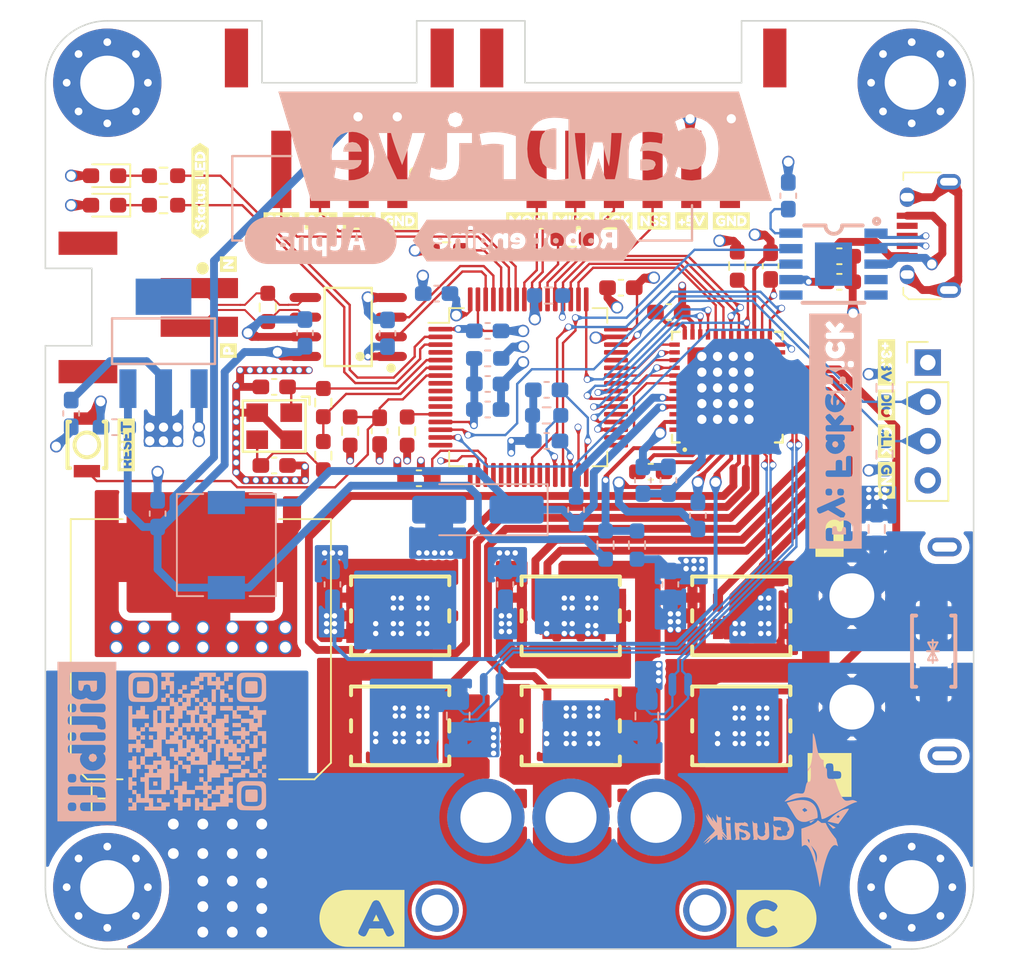
<source format=kicad_pcb>
(kicad_pcb (version 20221018) (generator pcbnew)
  (layers (0 "F.Cu" signal) (1 "In1.Cu" signal) (2 "In2.Cu" signal) (31 "B.Cu" signal) (34 "B.Paste" user) (35 "F.Paste" user) (36 "B.SilkS" user "B.Silkscreen") (37 "F.SilkS" user "F.Silkscreen") (38 "B.Mask" user) (39 "F.Mask" user) (44 "Edge.Cuts" user))
  (net 0 "")
  (net 1 "Net-(U1-VCAP_1)")
  (net 2 "GND")
  (net 3 "+3.3V")
  (net 4 "+3.3VA")
  (net 5 "Net-(J2-VBUS)")
  (net 6 "+5V")
  (net 7 "Net-(U3-V3)")
  (net 8 "/HSE_IN")
  (net 9 "/RESET")
  (net 10 "Net-(C16-Pad1)")
  (net 11 "+36V")
  (net 12 "/DRV8323RSRGZR/CB")
  (net 13 "/DRV8323RSRGZR/SW")
  (net 14 "Net-(U5-CPL)")
  (net 15 "Net-(U5-CPH)")
  (net 16 "Net-(U5-VCP)")
  (net 17 "Net-(U5-DVDD)")
  (net 20 "/DRV8323RSRGZR/PHASA")
  (net 21 "/DRV8323RSRGZR/PHASB")
  (net 22 "/DRV8323RSRGZR/PHASC")
  (net 25 "Net-(D1-K)")
  (net 26 "Net-(D2-K)")
  (net 27 "/SPI1_MISO")
  (net 28 "/SPI1_MOSI")
  (net 29 "/SPI1_NSS")
  (net 32 "/I2C1_SCL")
  (net 33 "/I2C1_SDA")
  (net 36 "/CAN_N")
  (net 37 "/CAN_P")
  (net 40 "/SWDIO")
  (net 41 "/SWCLK")
  (net 42 "/USB_D-")
  (net 43 "/USB_D+")
  (net 45 "unconnected-(J2-Shield-Pad6)")
  (net 46 "Net-(NT1-Pad1)")
  (net 47 "/DRV8323RSRGZR/SNSA_P")
  (net 48 "/DRV8323RSRGZR/SNSA_N")
  (net 49 "Net-(NT3-Pad1)")
  (net 50 "/DRV8323RSRGZR/SNSB_P")
  (net 51 "/DRV8323RSRGZR/SNSB_N")
  (net 55 "/DRV8323RSRGZR/GHA")
  (net 56 "/DRV8323RSRGZR/GLA")
  (net 57 "/DRV8323RSRGZR/GHB")
  (net 58 "/DRV8323RSRGZR/GLB")
  (net 59 "/DRV8323RSRGZR/GHC")
  (net 60 "/DRV8323RSRGZR/GLC")
  (net 61 "Net-(U1-BOOT0)")
  (net 62 "Net-(U1-VSSA)")
  (net 63 "Net-(U1-PB2)")
  (net 64 "/SPI1_SCK")
  (net 65 "/MCU_STA")
  (net 66 "/HSE_OUT")
  (net 67 "/DRV_A_STA")
  (net 68 "/DRV8323RSRGZR/FB")
  (net 69 "/SPI3_MISO")
  (net 70 "/DRV_FAULT")
  (net 76 "/ADC1_IN0")
  (net 77 "/ADC1_IN1")
  (net 85 "/CH340_TXD")
  (net 88 "/CH340_RXD")
  (net 90 "/TIM1_PWM_CH1N")
  (net 91 "/TIM1_PWM_CH2N")
  (net 92 "/TIM1_PWM_CH3N")
  (net 94 "/DRV_ENABLE")
  (net 95 "/DRV_CAL")
  (net 96 "/TIM1_PWM_CH1")
  (net 97 "/TIM1_PWM_CH2")
  (net 98 "/TIM1_PWM_CH3")
  (net 101 "/SPI3_NSS")
  (net 102 "/SPI3_SCK")
  (net 103 "/SPI3_MOSI")
  (net 104 "/CAN1_RX")
  (net 105 "/CAN1_TX")
  (net 112 "Net-(FPC1-Pad4)")
  (net 113 "GND1")
  (footprint "Resistor_SMD:R_0603_1608Metric_Pad0.98x0.95mm_HandSolder" (layer "F.Cu") (at 154.051 84.074 180)
    (fp_text reference "R7")
    (fp_text value "33")
  )
  (footprint "kibuzzard-64D4C87F" (layer "F.Cu") (at 170.688 118.745)
    (fp_text reference "kibuzzard-64D4C87F" hide)
    (fp_text value "G***" hide)
  )
  (footprint "Capacitor_SMD:C_0603_1608Metric_Pad1.08x0.95mm_HandSolder" (layer "F.Cu") (at 134.79 93.66125 180)
    (fp_text reference "C14")
    (fp_text value "12pF")
  )
  (footprint "Rick_MOSFET:IRF7480MTRPBF" (layer "F.Cu") (at 142.98045 115.57)
    (fp_text reference "Q2")
    (fp_text value "IRF7480MTRPBF")
  )
  (footprint "MountingHole:MountingHole_3.5mm_Pad_Via" (layer "F.Cu") (at 176 126)
    (fp_text reference "H3")
    (fp_text value "MountingHole_Pad")
  )
  (footprint "Capacitor_SMD:C_0603_1608Metric_Pad1.08x0.95mm_HandSolder" (layer "F.Cu") (at 141.605 96.52 -90)
    (fp_text reference "C15")
    (fp_text value "0.1uF")
  )
  (footprint "Rick_USB:Micro_USB_B_SMD" (layer "F.Cu") (at 177.0575 83.8995 90)
    (fp_text reference "J2")
    (fp_text value "USB_B_Micro" hide)
  )
  (footprint "Rick_MOSFET:IRF7480MTRPBF" (layer "F.Cu") (at 142.98045 108.4599)
    (fp_text reference "Q1")
    (fp_text value "IRF7480MTRPBF")
  )
  (footprint "kibuzzard-64D4C58A" (layer "F.Cu") (at 156.877162 82.930047)
    (fp_text reference "kibuzzard-64D4C58A" hide)
    (fp_text value "G***" hide)
  )
  (footprint "Capacitor_SMD:C_0603_1608Metric_Pad1.08x0.95mm_HandSolder" (layer "F.Cu") (at 144.145 99.568 180)
    (fp_text reference "C3")
    (fp_text value "0.1uF")
  )
  (footprint "kibuzzard-64D4C305" (layer "F.Cu") (at 137.816431 82.930047)
    (fp_text reference "kibuzzard-64D4C305" hide)
    (fp_text value "G***" hide)
  )
  (footprint "Capacitor_SMD:C_0603_1608Metric_Pad1.08x0.95mm_HandSolder" (layer "F.Cu") (at 157.1995 87.249 180)
    (fp_text reference "C5")
    (fp_text value "0.1uF")
  )
  (footprint "Resistor_SMD:R_0603_1608Metric_Pad0.98x0.95mm_HandSolder" (layer "F.Cu") (at 164.719 85.852 -90)
    (fp_text reference "R20")
    (fp_text value "10k")
  )
  (footprint "kibuzzard-64D4C5A5" (layer "F.Cu") (at 164.338 82.930524)
    (fp_text reference "kibuzzard-64D4C5A5" hide)
    (fp_text value "G***" hide)
  )
  (footprint "Rick_Switch:B3U-1000P" (layer "F.Cu") (at 122.682 97.409 -90)
    (fp_text reference "SW1")
    (fp_text value "B3U-1000P")
  )
  (footprint "kibuzzard-64D642FB" (layer "F.Cu") (at 130 80.975 90)
    (fp_text reference "kibuzzard-64D642FB" hide)
    (fp_text value "G***" hide)
  )
  (footprint "Resistor_SMD:R_0603_1608Metric_Pad0.98x0.95mm_HandSolder" (layer "F.Cu") (at 145.923 84.836)
    (fp_text reference "R1")
    (fp_text value "10K")
  )
  (footprint "kibuzzard-64D4C907" (layer "F.Cu") (at 174.371953 97.161985 -90)
    (fp_text reference "kibuzzard-64D4C907" hide)
    (fp_text value "G***" hide)
  )
  (footprint "Resistor_SMD:R_0603_1608Metric_Pad0.98x0.95mm_HandSolder" (layer "F.Cu") (at 134.375 88.525 -90)
    (fp_text reference "R8")
    (fp_text value "120")
  )
  (footprint "Rick_Connector:XT60PW-M" (layer "F.Cu") (at 175.13 110.7595 180)
    (fp_text reference "CN1" hide)
    (fp_text value "XT60PW-M")
  )
  (footprint "kibuzzard-64D4C8F8" (layer "F.Cu") (at 174.372429 94.827566 -90)
    (fp_text reference "kibuzzard-64D4C8F8" hide)
    (fp_text value "G***" hide)
  )
  (footprint "Rick_Connector:XH-2PWB" (layer "F.Cu") (at 126.35 88.5251 -90)
    (fp_text reference "FPC3")
    (fp_text value "XH-2PWB")
  )
  (footprint "Rick_CAN:ISO1044BDR" (layer "F.Cu") (at 139.573 89.789 90)
    (fp_text reference "U2")
    (fp_text value "ISO1044BDR")
  )
  (footprint "kibuzzard-64D4C640" (layer "F.Cu") (at 151.13 82.931)
    (fp_text reference "kibuzzard-64D4C640" hide)
    (fp_text value "G***" hide)
  )
  (footprint "Resistor_SMD:R_0603_1608Metric_Pad0.98x0.95mm_HandSolder" (layer "F.Cu") (at 127.635 81.915)
    (fp_text reference "R12")
    (fp_text value "510")
  )
  (footprint "Rick_Device:Crystal_16MHz_GND24" (layer "F.Cu") (at 134.79 96.20125 180)
    (fp_text reference "Y1")
    (fp_text value "16MHz" hide)
  )
  (footprint "Capacitor_SMD:C_0603_1608Metric_Pad1.08x0.95mm_HandSolder" (layer "F.Cu") (at 160.3 88.825)
    (fp_text reference "C28")
    (fp_text value "1uF")
  )
  (footprint "Capacitor_SMD:C_0603_1608Metric_Pad1.08x0.95mm_HandSolder" (layer "F.Cu") (at 171.323 85.217)
    (fp_text reference "C10")
    (fp_text value "10uF")
  )
  (footprint "Rick_Connector:XH-4PWB" (layer "F.Cu") (at 139 76 180)
    (fp_text reference "FPC2")
    (fp_text value "XH-4PWB")
  )
  (footprint "kibuzzard-64D4C6F3" (layer "F.Cu") (at 131.826 91.313 90)
    (fp_text reference "kibuzzard-64D4C6F3" hide)
    (fp_text value "G***" hide)
  )
  (footprint "Resistor_SMD:R_0603_1608Metric_Pad0.98x0.95mm_HandSolder" (layer "F.Cu") (at 127.635 80.01)
    (fp_text reference "R9")
    (fp_text value "510")
  )
  (footprint "kibuzzard-64D4C34A" (layer "F.Cu") (at 142.875 82.930524)
    (fp_text reference "kibuzzard-64D4C34A" hide)
    (fp_text value "G***" hide)
  )
  (footprint "kibuzzard-64D4C647" (layer "F.Cu") (at 154.141455 82.931)
    (fp_text reference "kibuzzard-64D4C647" hide)
    (fp_text value "G***" hide)
  )
  (footprint "kibuzzard-64D4C598" (layer "F.Cu") (at 161.77279 82.929095)
    (fp_text reference "kibuzzard-64D4C598" hide)
    (fp_text value "G***" hide)
  )
  (footprint "kibuzzard-64D4C824" (layer "F.Cu") (at 167.259 128.027112)
    (fp_text reference "kibuzzard-64D4C824" hide)
    (fp_text value "G***" hide)
  )
  (footprint "Rick_MOSFET:IRF7480MTRPBF" (layer "F.Cu") (at 154.0065 108.4599)
    (fp_text reference "Q3")
    (fp_text value "IRF7480MTRPBF")
  )
  (footprint "MountingHole:MountingHole_3.5mm_Pad_Via" (layer "F.Cu") (at 124 74)
    (fp_text reference "H1")
    (fp_text value "MountingHole_Pad")
  )
  (footprint "kibuzzard-64D4C8D7" (layer "F.Cu") (at 174.371 92.075 -90)
    (fp_text reference "kibuzzard-64D4C8D7" hide)
    (fp_text value "G***" hide)
  )
  (footprint "Capacitor_SMD:C_0603_1608Metric_Pad1.08x0.95mm_HandSolder" (layer "F.Cu") (at 171.323 86.868)
    (fp_text reference "C11")
    (fp_text value "0.1uF")
  )
  (footprint "Resistor_SMD:R_0603_1608Metric_Pad0.98x0.95mm_HandSolder" (layer "F.Cu") (at 139.7 96.52 90)
    (fp_text reference "R11")
    (fp_text value "10k")
  )
  (footprint "kibuzzard-64D4C332" (layer "F.Cu") (at 140.276897 82.929095)
    (fp_text reference "kibuzzard-64D4C332" hide)
    (fp_text value "G***" hide)
  )
  (footprint "kibuzzard-64D63200" (layer "F.Cu") (at 170.688 103.378 90)
    (fp_text reference "kibuzzard-64D63200" hide)
    (fp_text value "G***" hide)
  )
  (footprint "Rick_Drive:DRV8323RSRGZR" (layer "F.Cu") (at 164.08 93.678868 90)
    (fp_text reference "U5")
    (fp_text value "DRV8323RSRGZR")
  )
  (footprint "Rick_Connector:XH-6PWB" (layer "F.Cu") (at 158 76 180)
    (fp_text reference "FPC1")
    (fp_text value "XH-6PWB")
  )
  (footprint "Capacitor_SMD:C_0603_1608Metric_Pad1.08x0.95mm_HandSolder" (layer "F.Cu") (at 159.131 99.15)
    (fp_text reference "C25")
    (fp_text value "47nF/50v")
  )
  (footprint "Resistor_SMD:R_0603_1608Metric_Pad0.98x0.95mm_HandSolder" (layer "F.Cu") (at 143.383 96.52 -90)
    (fp_text reference "R2")
    (fp_text value "0")
  )
  (footprint "kibuzzard-64D4C31F" (layer "F.Cu") (at 135.255 82.930047)
    (fp_text reference "kibuzzard-64D4C31F" hide)
    (fp_text value "G***" hide)
  )
  (footprint "kibuzzard-64D4C8BC" (layer "F.Cu") (at 125.222 97.409 90)
    (fp_text reference "kibuzzard-64D4C8BC" hide)
    (fp_text value "G***" hide)
  )
  (footprint "Rick_Connector:MR60PW-M" (layer "F.Cu") (at 153.9765 124.487)
    (fp_text reference "CN2")
    (fp_text value "MR60PW-M")
  )
  (footprint "kibuzzard-64D4C405" (layer "F.Cu") (at 159.334739 82.930047)
    (fp_text reference "kibuzzard-64D4C405" hide)
    (fp_text value "G***" hide)
  )
  (footprint "Capacitor_SMD:C_0603_1608Metric_Pad1.08x0.95mm_HandSolder" (layer "F.Cu") (at 134.79 98.74125)
    (fp_text reference "C16")
    (fp_text value "12pF")
  )
  (footprint "Rick_MOSFET:IRF7480MTRPBF" (layer "F.Cu") (at 165.03255 115.57)
    (fp_text reference "Q6")
    (fp_text value "IRF7480MTRPBF")
  )
  (footprint "Capacitor_SMD:CP_Elec_16x17.5" (layer "F.Cu") (at 130.048 110.617 90)
    (fp_text reference "C18")
    (fp_text value "470uF/50V")
  )
  (footprint "Rick_MOSFET:IRF7480MTRPBF" (layer "F.Cu") (at 154.0065 115.57)
    (fp_text reference "Q4")
    (fp_text value "IRF7480MTRPBF")
  )
  (footprint "kibuzzard-64D4C919" (layer "F.Cu") (at 174.371476 99.695 -90)
    (fp_text reference "kibuzzard-64D4C919" hide)
    (fp_text value "G***" hide)
  )
  (footprint "Capacitor_SMD:C_0603_1608Metric_Pad1.08x0.95mm_HandSolder" (layer "F.Cu") (at 166.878 85.852 90)
    (fp_text reference "C29")
    (fp_text value "1uF")
  )
  (footprint "MountingHole:MountingHole_3.5mm_Pad_Via" (layer "F.Cu") (at 176 74)
    (fp_text reference "H2")
    (fp_text value "MountingHole_Pad")
  )
  (footprint "Rick_MOSFET:IRF7480MTRPBF" (layer "F.Cu") (at 165.03255 108.4599)
    (fp_text reference "Q5")
    (fp_text value "IRF7480MTRPBF")
  )
  (footprint "MountingHole:MountingHole_3.5mm_Pad_Via" (layer "F.Cu") (at 124 126)
    (fp_text reference "H4")
    (fp_text value "MountingHole_Pad")
  )
  (footprint "kibuzzard-64D4C6FE" (layer "F.Cu") (at 131.826 85.725 90)
    (fp_text reference "kibuzzard-64D4C6FE" hide)
    (fp_text value "G***" hide)
  )
  (footprint "Package_QFP:LQFP-64_10x10mm_P0.5mm" (layer "F.Cu") (at 151.21 93.678868)
    (fp_text reference "U1")
    (fp_text value "STM32F446RETx")
  )
  (footprint "Resistor_SMD:R_0603_1608Metric_Pad0.98x0.95mm_HandSolder" (layer "F.Cu") (at 137.965 94.67725 -90)
    (fp_text reference "R10")
    (fp_text value "1M")
  )
  (footprint "LED_SMD:LED_0603_1608Metric_Pad1.05x0.95mm_HandSolder" (layer "F.Cu") (at 123.825 80.01 180)
    (fp_text reference "D1")
    (fp_text value "MCU_STA_LED")
  )
  (footprint "Connector_PinHeader_2.54mm:PinHeader_1x04_P2.54mm_Vertical" (layer "F.Cu") (at 177.038 92.085)
    (fp_text reference "J1")
    (fp_text value "Conn_01x04_Pin")
  )
  (footprint "Resistor_SMD:R_0603_1608Metric_Pad0.98x0.95mm_HandSolder" (layer "F.Cu") (at 137.965 98.10625 -90)
    (fp_text reference "R13")
    (fp_text value "47")
  )
  (footprint "kibuzzard-64D4C952" (layer "F.Cu") (at 140.462 128.016)
    (fp_text reference "kibuzzard-64D4C952" hide)
    (fp_text value "G***" hide)
  )
  (footprint "LED_SMD:LED_0603_1608Metric_Pad1.05x0.95mm_HandSolder" (layer "F.Cu") (at 123.825 81.915 180)
    (fp_text reference "D2")
    (fp_text value "DRV_A_STA_LED")
  )
  (footprint "Capacitor_SMD:C_0603_1608Metric_Pad1.08x0.95mm_HandSolder" (layer "B.Cu") (at 148.59 93.472)
    (fp_text reference "C7")
    (fp_text value "10uF")
  )
  (footprint "kibuzzard-64D641B0" (layer "B.Cu") (at 171.069 96.52 90)
    (fp_text reference "kibuzzard-64D641B0" hide)
    (fp_text value "G***" hide)
  )
  (footprint "kibuzzard-64D648D8" (layer "B.Cu") (at 151.003 78.105 180)
    (fp_text reference "kibuzzard-64D648D8" hide)
    (fp_text value "G***" hide)
  )
  (footprint "Resistor_SMD:R_0603_1608Metric_Pad0.98x0.95mm_HandSolder" (layer "B.Cu") (at 152.4 95.504 180)
    (fp_text reference "R3")
    (fp_text value "10k")
  )
  (footprint "Capacitor_SMD:C_0603_1608Metric_Pad1.08x0.95mm_HandSolder" (layer "B.Cu") (at 160.401 106.426 90)
    (fp_text reference "C22")
    (fp_text value "2.2uF/50V")
  )
  (footprint "Capacitor_SMD:C_0603_1608Metric_Pad1.08x0.95mm_HandSolder" (layer "B.Cu") (at 154.305 101.6 -90)
    (fp_text reference "C20")
    (fp_text value "100nF/50V")
  )
  (footprint "NetTie:NetTie-2_SMD_Pad0.5mm" (layer "B.Cu") (at 161.544 112.903 90)
    (fp_text reference "NT3" hide)
    (fp_text value "NetTie_2" hide)
  )
  (footprint "Inductor_SMD:L_0603_1608Metric_Pad1.05x0.95mm_HandSolder" (layer "B.Cu") (at 148.59 91.821 180)
    (fp_text reference "L1")
    (fp_text value "39nH")
  )
  (footprint "Capacitor_SMD:C_0603_1608Metric_Pad1.08x0.95mm_HandSolder" (layer "B.Cu") (at 136.779 90.17 90)
    (fp_text reference "C12")
    (fp_text value "0.1uF")
  )
  (footprint "Capacitor_SMD:C_0603_1608Metric_Pad1.08x0.95mm_HandSolder" (layer "B.Cu") (at 160.274 99.695 -90)
    (fp_text reference "C30")
    (fp_text value "1uF/50v")
  )
  (footprint "Capacitor_SMD:C_0603_1608Metric_Pad1.08x0.95mm_HandSolder" (layer "B.Cu") (at 168.021 81.3065 90)
    (fp_text reference "C13")
    (fp_text value "0.1uF")
  )
  (footprint "Capacitor_SMD:C_0603_1608Metric_Pad1.08x0.95mm_HandSolder" (layer "B.Cu") (at 152.4 97.155 180)
    (fp_text reference "C1")
    (fp_text value "2.2uF")
  )
  (footprint "Capacitor_SMD:C_0603_1608Metric_Pad1.08x0.95mm_HandSolder" (layer "B.Cu") (at 149.733 106.426 90)
    (fp_text reference "C19")
    (fp_text value "2.2uF/50V")
  )
  (footprint "Capacitor_SMD:C_0603_1608Metric_Pad1.08x0.95mm_HandSolder" (layer "B.Cu") (at 127.254 101.854 90)
    (fp_text reference "C21")
    (fp_text value "10uF")
  )
  (footprint "Rick_Interface_USB:CH340K" (layer "B.Cu") (at 170.942 85.725 -90)
    (fp_text reference "U3")
    (fp_text value "CH340K")
  )
  (footprint "Resistor_SMD:R_0603_1608Metric_Pad0.98x0.95mm_HandSolder" (layer "B.Cu") (at 156.21 103.886 90)
    (fp_text reference "R16")
    (fp_text value "54.9k")
  )
  (footprint "Capacitor_SMD:C_0603_1608Metric_Pad1.08x0.95mm_HandSolder" (layer "B.Cu") (at 142.113 90.1965 -90)
    (fp_text reference "C9")
    (fp_text value "0.1uF")
  )
  (footprint "Diode_SMD:D_SMA_Handsoldering" (layer "B.Cu") (at 147.955 101.6 180)
    (fp_text reference "D3")
    (fp_text value "D_Schottky_Small")
  )
  (footprint "Resistor_SMD:R_0603_1608Metric_Pad0.98x0.95mm_HandSolder" (layer "B.Cu") (at 152.527 87.757)
    (fp_text reference "R19")
    (fp_text value "10k")
  )
  (footprint "Capacitor_SMD:C_0603_1608Metric_Pad1.08x0.95mm_HandSolder" (layer "B.Cu") (at 162.179 101.981 -90)
    (fp_text reference "C26")
    (fp_text value "1uF/50v")
  )
  (footprint "Resistor_SMD:R_0603_1608Metric_Pad0.98x0.95mm_HandSolder" (layer "B.Cu") (at 158.242 103.886 -90)
    (fp_text reference "R17")
    (fp_text value "10k")
  )
  (footprint "Resistor_SMD:R_0603_1608Metric_Pad0.98x0.95mm_HandSolder" (layer "B.Cu") (at 173.736 102.8465 90)
    (fp_text reference "R4")
    (fp_text value "0")
  )
  (footprint "Resistor_SMD:R_0603_1608Metric_Pad0.98x0.95mm_HandSolder" (layer "B.Cu") (at 174.244 93.726 -90)
    (fp_text reference "R5")
    (fp_text value "10k")
  )
  (footprint "kibuzzard-64D63E68" (layer "B.Cu") (at 122.682 116.586 -90)
    (fp_text reference "kibuzzard-64D63E68" hide)
    (fp_text value "G***" hide)
  )
  (footprint "Capacitor_SMD:C_0603_1608Metric_Pad1.08x0.95mm_HandSolder" (layer "B.Cu") (at 148.59 90.043)
    (fp_text reference "C2")
    (fp_text value "0.1uF")
  )
  (footprint "Capacitor_SMD:C_0603_1608Metric_Pad1.08x0.95mm_HandSolder" (layer "B.Cu") (at 158.623 99.695 -90)
    (fp_text reference "C27")
    (fp_text value "10uF/50v")
  )
  (footprint "Capacitor_SMD:C_0603_1608Metric_Pad1.08x0.95mm_HandSolder" (layer "B.Cu") (at 145.288 87.63 180)
    (fp_text reference "C6")
    (fp_text value "0.1uF")
  )
  (footprint "Capacitor_SMD:C_0603_1608Metric_Pad1.08x0.95mm_HandSolder" (layer "B.Cu") (at 152.4 93.853 180)
    (fp_text reference "C4")
    (fp_text value "0.1uF")
  )
  (footprint "Inductor_SMD:L_6.3x6.3_H3" (layer "B.Cu") (at 131.699 103.886 -90)
    (fp_text reference "L2")
    (fp_text value "22uH")
  )
  (footprint "Rick_Regulator_Linear:AMS1117-3.3" (layer "B.Cu") (at 127.635 90.805 -90)
    (fp_text reference "U4")
    (fp_text value "AMS1117-3.3" hide)
  )
  (footprint "Resistor_SMD:R_0805_2012Metric_Pad1.20x1.40mm_HandSolder" (layer "B.Cu") (at 146.685 114.935 -90)
    (fp_text reference "R14")
    (fp_text value "1mΩ")
  )
  (footprint "NetTie:NetTie-2_SMD_Pad0.5mm" (layer "B.Cu") (at 148.336 112.903 90)
    (fp_text reference "NT1" hide)
    (fp_text value "NetTie_2" hide)
  )
  (footprint "NetTie:NetTie-2_SMD_Pad0.5mm" (layer "B.Cu") (at 160.528 112.903 90)
    (fp_text reference "NT4" hide)
    (fp_text value "NetTie_2" hide)
  )
  (footprint "Capacitor_SMD:C_0603_1608Metric_Pad1.08x0.95mm_HandSolder" (layer "B.Cu") (at 124.46 96.266 180)
    (fp_text reference "C23")
    (fp_text value "0.1uF")
  )
  (footprint "Rick_Logo:guaik_logo_10x10" (layer "B.Cu") (at 167.513 121.031 180)
    (fp_text reference "G***" hide)
    (fp_text value "LOGO" hide)
  )
  (footprint "Rick_Logo:bilibili_10x10" (layer "B.Cu") (at 129.794 116.611025 180)
    (fp_text reference "G***" hide)
    (fp_text value "LOGO" hide)
  )
  (footprint "kibuzzard-64D6424D" (layer "B.Cu") (at 151.003 84.201 180)
    (fp_text reference "kibuzzard-64D6424D" hide)
    (fp_text value "G***" hide)
  )
  (footprint "NetTie:NetTie-2_SMD_Pad0.5mm" (layer "B.Cu") (at 149.352 112.903 90)
    (fp_text reference "NT2" hide)
    (fp_text value "NetTie_2" hide)
  )
  (footprint "Resistor_SMD:R_0805_2012Metric_Pad1.20x1.40mm_HandSolder" (layer "B.Cu") (at 158.877 114.935 90)
    (fp_text reference "R15")
    (fp_text value "1mΩ")
  )
  (footprint "kibuzzard-64E4B26A" (layer "B.Cu") (at 137.795 84.201 180)
    (fp_text reference "kibuzzard-64E4B26A" hide)
    (fp_text value "G***" hide)
  )
  (footprint "Rick_Diode:SMAJ36CA_TR13" (layer "B.Cu") (at 177.419 110.744 90)
    (fp_text reference "TV1")
    (fp_text value "SMAJ36CA/TR13")
  )
  (footprint "Capacitor_SMD:C_0603_1608Metric_Pad1.08x0.95mm_HandSolder" (layer "B.Cu") (at 138.557 106.426 90)
    (fp_text reference "C17")
    (fp_text value "2.2uF/50V")
  )
  (footprint "Capacitor_SMD:C_0603_1608Metric_Pad1.08x0.95mm_HandSolder" (layer "B.Cu") (at 121.666 95.377 -90)
    (fp_text reference "C24")
    (fp_text value "4.7uF")
  )
  (footprint "Capacitor_SMD:C_0603_1608Metric_Pad1.08x0.95mm_HandSolder" (layer "B.Cu") (at 148.59 95.123)
    (fp_text reference "C8")
    (fp_text value "100nF")
  )
  (footprint "Resistor_SMD:R_0603_1608Metric_Pad0.98x0.95mm_HandSolder" (layer "B.Cu") (at 174.244 98.044 -90)
    (fp_text reference "R6")
    (fp_text value "10k")
  )
  (gr_line (start 161.798 84.201) (end 158.369 84.201) (stroke (width 0.15)) (layer "B.SilkS"))
  (gr_line (start 133.5 84.2) (end 134.4 84.2) (stroke (width 0.15)) (layer "B.SilkS"))
  (gr_line (start 132.08 78.74) (end 132.08 84.201) (stroke (width 0.15)) (layer "B.SilkS"))
  (gr_line (start 135.89 78.74) (end 132.08 78.74) (stroke (width 0.15)) (layer "B.SilkS"))
  (gr_line (start 132.08 84.201) (end 132.715 84.201) (stroke (width 0.15)) (layer "B.SilkS"))
  (gr_line (start 161.798 81.915) (end 161.798 84.201) (stroke (width 0.15)) (layer "B.SilkS"))
  (gr_arc (start 176 70) (mid 178.828427 71.171573) (end 180 74) (stroke (width 0.1)) (layer "Edge.Cuts"))
  (gr_line (start 151 74) (end 165 74) (stroke (width 0.1)) (layer "Edge.Cuts"))
  (gr_line (start 124 130) (end 176 130) (stroke (width 0.1)) (layer "Edge.Cuts"))
  (gr_line (start 120 74) (end 120 86) (stroke (width 0.1)) (layer "Edge.Cuts"))
  (gr_line (start 165 70) (end 176 70) (stroke (width 0.1)) (layer "Edge.Cuts"))
  (gr_line (start 151 70) (end 151 74) (stroke (width 0.1)) (layer "Edge.Cuts"))
  (gr_line (start 134 70) (end 134 74) (stroke (width 0.1)) (layer "Edge.Cuts"))
  (gr_line (start 123 86) (end 123 91) (stroke (width 0.1)) (layer "Edge.Cuts"))
  (gr_line (start 165 74) (end 165 70) (stroke (width 0.1)) (layer "Edge.Cuts"))
  (gr_line (start 144 70) (end 151 70) (stroke (width 0.1)) (layer "Edge.Cuts"))
  (gr_line (start 120 86) (end 123 86) (stroke (width 0.1)) (layer "Edge.Cuts"))
  (gr_line (start 134 74) (end 144 74) (stroke (width 0.1)) (layer "Edge.Cuts"))
  (gr_arc (start 180 126) (mid 178.828427 128.828427) (end 176 130) (stroke (width 0.1)) (layer "Edge.Cuts"))
  (gr_line (start 124 70) (end 134 70) (stroke (width 0.1)) (layer "Edge.Cuts"))
  (gr_arc (start 124 130) (mid 121.171573 128.828427) (end 120 126) (stroke (width 0.1)) (layer "Edge.Cuts"))
  (gr_arc (start 120 74) (mid 121.171573 71.171573) (end 124 70) (stroke (width 0.1)) (layer "Edge.Cuts"))
  (gr_line (start 180 126) (end 180 74) (stroke (width 0.1)) (layer "Edge.Cuts"))
  (gr_line (start 120 91) (end 120 126) (stroke (width 0.1)) (layer "Edge.Cuts"))
  (gr_line (start 144 74) (end 144 70) (stroke (width 0.1)) (layer "Edge.Cuts"))
  (gr_line (start 123 91) (end 120 91) (stroke (width 0.1)) (layer "Edge.Cuts"))
  (segment (start 153.924 99.317868) (end 153.96 99.353868) (width 0.1524) (layer "F.Cu") (net 1))
  (segment (start 153.924 98.171) (end 153.924 99.317868) (width 0.1524) (layer "F.Cu") (net 1))
  (via (at 153.924 98.171) (size 0.45) (drill 0.35) (layers "F.Cu" "B.Cu") (net 1))
  (segment (start 153.2625 97.2555) (end 153.2625 97.155) (width 0.1524) (layer "B.Cu") (net 1))
  (segment (start 153.924 97.917) (end 153.2625 97.2555) (width 0.1524) (layer "B.Cu") (net 1))
  (segment (start 153.924 98.171) (end 153.924 97.917) (width 0.1524) (layer "B.Cu") (net 1))
  (segment (start 154.46 96.294) (end 154.46 99.353868) (width 0.1524) (layer "F.Cu") (net 2))
  (segment (start 132.842 99.695) (end 132.334 99.187) (width 0.508) (layer "F.Cu") (net 2))
  (segment (start 143.891 84.836) (end 145.0105 84.836) (width 0.508) (layer "F.Cu") (net 2))
  (segment (start 165.862 83.82) (end 166.497 83.82) (width 0.508) (layer "F.Cu") (net 2))
  (segment (start 147.96 89.667) (end 147.96 88.003868) (width 0.1524) (layer "F.Cu") (net 2))
  (segment (start 132.969 99.695) (end 136.779 99.695) (width 0.508) (layer "F.Cu") (net 2))
  (segment (start 166.497 83.82) (end 166.878 84.201) (width 0.508) (layer "F.Cu") (net 2))
  (segment (start 132.588 93.345) (end 132.334 93.599) (width 0.508) (layer "F.Cu") (net 2))
  (segment (start 145.557055 98.440055) (end 146.633813 98.440055) (width 0.1524) (layer "F.Cu") (net 2))
  (segment (start 161.83 90.271868) (end 161.83 89.4925) (width 0.254) (layer "F.Cu") (net 2))
  (segment (start 172.1855 85.217) (end 172.1855 86.868) (width 0.508) (layer "F.Cu") (net 2))
  (segment (start 146.931468 98.1424) (end 147.7994 98.1424) (width 0.1524) (layer "F.Cu") (net 2))
  (segment (start 166.878 84.201) (end 166.878 84.9895) (width 0.508) (layer "F.Cu") (net 2))
  (segment (start 172.1855 88.8735) (end 172.212 88.9) (width 0.508) (layer "F.Cu") (net 2))
  (segment (start 146.633813 98.440055) (end 146.931468 98.1424) (width 0.1524) (layer "F.Cu") (net 2))
  (segment (start 136.779 98.806) (end 136.779 99.695) (width 0.508) (layer "F.Cu") (net 2))
  (segment (start 150.876 90.043) (end 148.336 90.043) (width 0.1524) (layer "F.Cu") (net 2))
  (segment (start 142.748 76.2) (end 142.748 79.5978) (width 0.508) (layer "F.Cu") (net 2))
  (segment (start 136.779 98.806) (end 136.71425 98.74125) (width 0.508) (layer "F.Cu") (net 2))
  (segment (start 132.588 92.583) (end 132.588 93.345) (width 0.508) (layer "F.Cu") (net 2))
  (segment (start 177.292 85.725) (end 177.98 85.037) (width 0.508) (layer "F.Cu") (net 2))
  (segment (start 133.096 90.17) (end 133.356 90.43) (width 0.508) (layer "F.Cu") (net 2))
  (segment (start 166.878 84.9895) (end 165.82 86.0475) (width 0.254) (layer "F.Cu") (net 2))
  (segment (start 133.9275 93.66125) (end 132.39625 93.66125) (width 0.508) (layer "F.Cu") (net 2))
  (segment (start 142.748 99.0335) (end 143.2825 99.568) (width 0.508) (layer "F.Cu") (net 2))
  (segment (start 132.969 99.695) (end 132.842 99.695) (width 0.508) (layer "F.Cu") (net 2))
  (segment (start 148.336 90.043) (end 147.96 89.667) (width 0.1524) (layer "F.Cu") (net 2))
  (segment (start 142.748 98.425) (end 142.748 99.0335) (width 0.508) (layer "F.Cu") (net 2))
  (segment (start 142.748 79.5978) (end 142.7501 79.5999) (width 0.508) (layer "F.Cu") (net 2))
  (segment (start 164.338 79.512) (end 164.2501 79.5999) (width 0.508) (layer "F.Cu") (net 2))
  (segment (start 135.89 97.07625) (end 135.5656 97.07625) (width 0.508) (layer "F.Cu") (net 2))
  (segment (start 165.82 86.0475) (end 165.82 90.261868) (width 0.254) (layer "F.Cu") (net 2))
  (segment (start 132.334 93.599) (end 132.334 99.187) (width 0.508) (layer "F.Cu") (net 2))
  (segment (start 154.432 96.266) (end 154.46 96.294) (width 0.1524) (layer "F.Cu") (net 2))
  (segment (start 147.96 98.303) (end 147.96 99.353868) (width 0.1524) (layer "F.Cu") (net 2))
  (segment (start 142.345 87.884) (end 140.843 87.884) (width 0.508) (layer "F.Cu") (net 2))
  (segment (start 161.83 89.4925) (end 161.1625 88.825) (width 0.254) (layer "F.Cu") (net 2))
  (segment (start 136.71425 98.74125) (end 135.6525 98.74125) (width 0.508) (layer "F.Cu") (net 2))
  (segment (start 133.8156 95.32625) (end 133.69 95.32625) (width 0.508) (layer "F.Cu") (net 2))
  (segment (start 147.7994 98.1424) (end 147.96 98.303) (width 0.1524) (layer "F.Cu") (net 2))
  (segment (start 155.575 90.478029) (end 156.835839 90.478029) (width 0.1524) (layer "F.Cu") (net 2))
  (segment (start 132.3335 95.31225) (end 132.3475 95.32625) (width 0.508) (layer "F.Cu") (net 2))
  (segment (start 177.3655 82.5955) (end 175.7075 82.5955) (width 0.508) (layer "F.Cu") (net 2))
  (segment (start 165.82 90.261868) (end 165.83 90.271868) (width 0.254) (layer "F.Cu") (net 2))
  (segment (start 143.383 97.4325) (end 143.383 98.425) (width 0.508) (layer "F.Cu") (net 2))
  (segment (start 133.356 90.43) (end 136.795 90.43) (width 0.508) (layer "F.Cu") (net 2))
  (segment (start 136.795 90.43) (end 136.801 90.424) (width 0.508) (layer "F.Cu") (net 2))
  (segment (start 137.033 92.583) (end 132.588 92.583) (width 0.508) (layer "F.Cu") (net 2))
  (segment (start 177.98 83.21) (end 177.3655 82.5955) (width 0.508) (layer "F.Cu") (net 2))
  (segment (start 156.95 88.52) (end 156.337 87.907) (width 0.508) (layer "F.Cu") (net 2))
  (segment (start 132.39625 93.66125) (end 132.334 93.599) (width 0.508) (layer "F.Cu") (net 2))
  (segment (start 156.835839 90.478029) (end 156.885 90.428868) (width 0.1524) (layer "F.Cu") (net 2))
  (segment (start 123.571 94.82) (end 122.682 95.709) (width 0.508) (layer "F.Cu") (net 2))
  (segment (start 132.3475 95.32625) (end 133.69 95.32625) (width 0.508) (layer "F.Cu") (net 2))
  (segment (start 123.571 94.615) (end 123.571 94.82) (width 0.508) (layer "F.Cu") (net 2))
  (segment (start 164.338 76.327) (end 164.338 79.512) (width 0.508) (layer "F.Cu") (net 2))
  (segment (start 172.1855 86.868) (end 172.1855 88.8735) (width 0.508) (layer "F.Cu") (net 2))
  (segment (start 141.605 97.3825) (end 141.605 98.425) (width 0.508) (layer "F.Cu") (net 2))
  (segment (start 156.337 87.907) (end 156.337 87.249) (width 0.508) (layer "F.Cu") (net 2))
  (segment (start 135.5656 97.07625) (end 133.8156 95.32625) (width 0.508) (layer "F.Cu") (net 2))
  (segment (start 177.98 85.037) (end 177.98 83.21) (width 0.508) (layer "F.Cu") (net 2))
  (segment (start 161.1625 87.1077) (end 161.1625 88.825) (width 0.508) (layer "F.Cu") (net 2))
  (via (at 150.114 97.155) (size 0.45) (drill 0.35) (layers "F.Cu" "B.Cu") (net 2))
  (via (at 132.334 99.187) (size 0.45) (drill 0.35) (layers "F.Cu" "B.Cu") (net 2))
  (via (at 134.874 99.695) (size 0.45) (drill 0.35) (layers "F.Cu" "B.Cu") (net 2))
  (via (at 133.858 92.583) (size 0.45) (drill 0.35) (layers "F.Cu" "B.Cu") (net 2))
  (via (at 135.128 92.583) (size 0.45) (drill 0.35) (layers "F.Cu" "B.Cu") (net 2))
  (via (at 142.748 76.2) (size 0.8) (drill 0.6) (layers "F.Cu" "B.Cu") (net 2))
  (via (at 123.571 94.615) (size 0.8) (drill 0.6) (layers "F.Cu" "B.Cu") (net 2))
  (via (at 136.779 99.695) (size 0.45) (drill 0.35) (layers "F.Cu" "B.Cu") (net 2))
  (via (at 137.033 92.583) (size 0.45) (drill 0.35) (layers "F.Cu" "B.Cu") (net 2))
  (via (at 164.338 76.327) (size 0.8) (drill 0.6) (layers "F.Cu" "B.Cu") (net 2))
  (via (at 150.114 97.917) (size 0.45) (drill 0.35) (layers "F.Cu" "B.Cu") (net 2))
  (via (at 135.763 92.583) (size 0.45) (drill 0.35) (layers "F.Cu" "B.Cu") (net 2))
  (via (at 132.334026 95.914952) (size 0.45) (drill 0.35) (layers "F.Cu" "B.Cu") (net 2))
  (via (at 133.604 99.695) (size 0.45) (drill 0.35) (layers "F.Cu" "B.Cu") (net 2))
  (via (at 173.736 100.3035) (size 0.45) (drill 0.35) (layers "F.Cu" "B.Cu") (net 2))
  (via (at 129.921 96.266) (size 0.8) (drill 0.6) (layers "F.Cu" "B.Cu") (net 2))
  (via (at 136.144 99.695) (size 0.45) (drill 0.35) (layers "F.Cu" "B.Cu") (net 2))
  (via (at 132.334 97.917) (size 0.45) (drill 0.35) (layers "F.Cu" "B.Cu") (net 2))
  (via (at 143.891 84.836) (size 0.8) (drill 0.6) (layers "F.Cu" "B.Cu") (net 2))
  (via (at 133.096 90.17) (size 0.8) (drill 0.6) (layers "F.Cu" "B.Cu") (net 2))
  (via (at 161.1625 87.1077) (size 0.45) (drill 0.35) (layers "F.Cu" "B.Cu") (net 2))
  (via (at 172.212 88.9) (size 0.8) (drill 0.6) (layers "F.Cu" "B.Cu") (net 2))
  (via (at 134.239 99.695) (size 0.45) (drill 0.35) (layers "F.Cu" "B.Cu") (net 2))
  (via (at 132.334 93.599) (size 0.45) (drill 0.35) (layers "F.Cu" "B.Cu") (net 2))
  (via (at 150.8727 92.075) (size 0.8) (drill 0.6) (layers "F.Cu" "B.Cu") (net 2))
  (via (at 136.398 92.583) (size 0.45) (drill 0.35) (layers "F.Cu" "B.Cu") (net 2))
  (via (at 132.334 96.647) (size 0.45) (drill 0.35) (layers "F.Cu" "B.Cu") (net 2))
  (via (at 143.383 98.425) (size 0.45) (drill 0.35) (layers "F.Cu" "B.Cu") (net 2))
  (via (at 174.244 100.8115) (size 0.45) (drill 0.35) (layers "F.Cu" "B.Cu") (net 2))
  (via (at 132.3335 95.31225) (size 0.45) (drill 0.35) (layers "F.Cu" "B.Cu") (net 2))
  (via (at 141.605 98.425) (size 0.45) (drill 0.35) (layers "F.Cu" "B.Cu") (net 2))
  (via (at 150.876 90.043) (size 0.8) (drill 0.6) (layers "F.Cu" "B.Cu") (net 2))
  (via (at 127.254 99.16275) (size 0.8) (drill 0.6) (layers "F.Cu" "B.Cu") (net 2))
  (via (at 173.228 100.3035) (size 0.45) (drill 0.35) (layers "F.Cu" "B.Cu") (net 2))
  (via (at 165.862 83.82) (size 0.8) (drill 0.6) (layers "F.Cu" "B.Cu") (net 2))
  (via (at 120.7 97.5) (size 0.8) (drill 0.6) (layers "F.Cu" "B.Cu") (net 2))
  (via (at 132.334028 94.709548) (size 0.45) (drill 0.35) (layers "F.Cu" "B.Cu") (net 2))
  (via (at 145.557055 98.440055) (size 0.45) (drill 0.35) (layers "F.Cu" "B.Cu") (net 2))
  (via (at 174.244 100.3035) (size 0.45) (drill 0.35) (layers "F.Cu" "B.Cu") (net 2))
  (via (at 132.588 92.583) (size 0.45) (drill 0.35) (layers "F.Cu" "B.Cu") (net 2))
  (via (at 144.399 86.487) (size 0.8) (drill 0.6) (layers "F.Cu" "B.Cu") (net 2))
  (via (at 135.509 99.695) (size 0.45) (drill 0.35) (layers "F.Cu" "B.Cu") (net 2))
  (via (at 132.334 98.552) (size 0.45) (drill 0.35) (layers "F.Cu" "B.Cu") (net 2))
  (via (at 132.969 99.695) (size 0.45) (drill 0.35) (layers "F.Cu" "B.Cu") (net 2))
  (via (at 155.575 90.478029) (size 0.8) (drill 0.6) (layers "F.Cu" "B.Cu") (net 2))
  (via (at 129.921 97.155) (size 0.8) (drill 0.6) (layers "F.Cu" "B.Cu") (net 2))
  (via (at 168.021 79.121) (size 0.8) (drill 0.6) (layers "F.Cu" "B.Cu") (net 2))
  (via (at 142.748 98.425) (size 0.45) (drill 0.35) (layers "F.Cu" "B.Cu") (net 2))
  (via (at 134.493 92.583) (size 0.45) (drill 0.35) (layers "F.Cu" "B.Cu") (net 2))
  (via (at 177.292 85.725) (size 0.8) (drill 0.6) (layers "F.Cu" "B.Cu") (net 2))
  (via (at 156.95 88.52) (size 0.8) (drill 0.6) (layers "F.Cu" "B.Cu") (net 2))
  (via (at 173.228 100.8115) (size 0.45) (drill 0.35) (layers "F.Cu" "B.Cu") (net 2))
  (via (at 173.736 100.8115) (size 0.45) (drill 0.35) (layers "F.Cu" "B.Cu") (net 2))
  (via (at 154.432 96.266) (size 0.45) (drill 0.35) (layers "F.Cu" "B.Cu") (net 2))
  (via (at 132.334 97.282) (size 0.45) (drill 0.35) (layers "F.Cu" "B.Cu") (net 2))
  (via (at 140.843 87.884) (size 0.8) (drill 0.6) (layers "F.Cu" "B.Cu") (net 2))
  (via (at 173.228 99.06) (size 0.8) (drill 0.6) (layers "F.Cu" "B.Cu") (net 2))
  (via (at 136.779 98.806) (size 0.45) (drill 0.35) (layers "F.Cu" "B.Cu") (net 2))
  (via (at 133.223 92.583) (size 0.45) (drill 0.35) (layers "F.Cu" "B.Cu") (net 2))
  (segment (start 142.113 89.334) (end 141.334 89.334) (width 0.508) (layer "B.Cu") (net 2))
  (segment (start 129.935 97.141) (end 129.921 97.155) (width 0.508) (layer "B.Cu") (net 2))
  (segment (start 150.8727 92.075) (end 150.8495 92.075) (width 0.508) (layer "B.Cu") (net 2))
  (segment (start 133.096 90.17) (end 133.9585 89.3075) (width 0.508) (layer "B.Cu") (net 2))
  (segment (start 120.7 97.5) (end 121.666 96.534) (width 0.508) (layer "B.Cu") (net 2))
  (segment (start 173.6919 85.725) (end 174.6015 85.725) (width 0.508) (layer "B.Cu") (net 2))
  (segment (start 174.244 98.9565) (end 173.3315 98.9565) (width 0.508) (layer "B.Cu") (net 2))
  (segment (start 151.5375 97.155) (end 151.4875 97.105) (width 0.508) (layer "B.Cu") (net 2))
  (segment (start 150.114 97.917) (end 150.114 97.155) (width 0.508) (layer "B.Cu") (net 2))
  (segment (start 149.4525 93.472) (end 149.4525 95.123) (width 0.508) (layer "B.Cu") (net 2))
  (segment (start 144.399 86.487) (end 144.399 87.6035) (width 0.508) (layer "B.Cu") (net 2))
  (segment (start 144.399 87.6035) (end 144.4255 87.63) (width 0.508) (layer "B.Cu") (net 2))
  (segment (start 141.334 89.334) (end 140.843 88.843) (width 0.508) (layer "B.Cu") (net 2))
  (segment (start 129.935 93.775) (end 129.935 97.141) (width 0.508) (layer "B.Cu") (net 2))
  (segment (start 150.114 97.155) (end 151.5375 97.155) (width 0.508) (layer "B.Cu") (net 2))
  (segment (start 174.6015 85.725) (end 175.006 85.3205) (width 0.508) (layer "B.Cu") (net 2))
  (segment (start 173.3315 98.9565) (end 173.228 99.06) (width 0.508) (layer "B.Cu") (net 2))
  (segment (start 123.571 96.2395) (end 123.5975 96.266) (width 0.508) (layer "B.Cu") (net 2))
  (segment (start 175.006 85.3205) (end 176.8875 85.3205) (width 0.508) (layer "B.Cu") (net 2))
  (segment (start 168.021 80.444) (end 168.021 79.121) (width 0.508) (layer "B.Cu") (net 2))
  (segment (start 176.8875 85.3205) (end 177.292 85.725) (width 0.508) (layer "B.Cu") (net 2))
  (segment (start 151.4875 97.105) (end 151.4875 95.504) (width 0.508) (layer "B.Cu") (net 2))
  (segment (start 123.571 94.615) (end 123.571 96.2395) (width 0.508) (layer "B.Cu") (net 2))
  (segment (start 150.876 90.043) (end 149.4525 90.043) (width 0.508) (layer "B.Cu") (net 2))
  (segment (start 121.666 96.534) (end 121.666 96.2395) (width 0.508) (layer "B.Cu") (net 2))
  (segment (start 140.843 88.843) (end 140.843 87.884) (width 0.508) (layer "B.Cu") (net 2))
  (segment (start 133.9585 89.3075) (end 136.779 89.3075) (width 0.508) (layer "B.Cu") (net 2))
  (segment (start 151.5375 95.454) (end 151.4875 95.504) (width 0.508) (layer "B.Cu") (net 2))
  (segment (start 127.254 99.16275) (end 127.254 100.9915) (width 0.508) (layer "B.Cu") (net 2))
  (segment (start 150.8495 92.075) (end 149.4525 93.472) (width 0.508) (layer "B.Cu") (net 2))
  (segment (start 151.5375 93.853) (end 151.5375 95.454) (width 0.508) (layer "B.Cu") (net 2))
  (segment (start 147.193 89.027) (end 147.46 88.76) (width 0.1524) (layer "F.Cu") (net 3))
  (segment (start 145.542 97.79) (end 147.955 97.79) (width 0.1524) (layer "F.Cu") (net 3))
  (segment (start 164.4803 84.2163) (end 164.719 84.455) (width 0.508) (layer "F.Cu") (net 3))
  (segment (start 167.08 86.9165) (end 166.878 86.7145) (width 0.1524) (layer "F.Cu") (net 3))
  (segment (start 163.576 84.2163) (end 164.4803 84.2163) (width 0.508) (layer "F.Cu") (net 3))
  (segment (start 155.067 97.155) (end 154.94 97.282) (width 0.1524) (layer "F.Cu") (net 3))
  (segment (start 158.242 87.429) (end 158.242 89.662) (width 0.1524) (layer "F.Cu") (net 3))
  (segment (start 122.95 80.01) (end 121.666 80.01) (width 0.508) (layer "F.Cu") (net 3))
  (segment (start 167.08 87.74) (end 167.08 86.9165) (width 0.1524) (layer "F.Cu") (net 3))
  (segment (start 167.08 87.74) (end 166.33 88.49) (width 0.1524) (layer "F.Cu") (net 3))
  (segment (start 142.345 91.694) (end 140.843 91.694) (width 0.508) (layer "F.Cu") (net 3))
  (segment (start 147.955 97.79) (end 148.46 98.295) (width 0.1524) (layer "F.Cu") (net 3))
  (segment (start 122.95 81.915) (end 121.666 81.915) (width 0.508) (layer "F.Cu") (net 3))
  (segment (start 158.242 89.662) (end 157.975132 89.928868) (width 0.1524) (layer "F.Cu") (net 3))
  (segment (start 154.94 99.333868) (end 154.96 99.353868) (width 0.1524) (layer "F.Cu") (net 3))
  (segment (start 166.33 88.49) (end 166.33 90.271868) (width 0.1524) (layer "F.Cu") (net 3))
  (segment (start 164.719 84.455) (end 164.719 84.9395) (width 0.508) (layer "F.Cu") (net 3))
  (segment (start 147.46 88.76) (end 147.46 88.003868) (width 0.1524) (layer "F.Cu") (net 3))
  (segment (start 145.0075 99.568) (end 145.0075 98.3245) (width 0.1524) (layer "F.Cu") (net 3))
  (segment (start 158.711 86.6) (end 158.062 87.249) (width 0.508) (layer "F.Cu") (net 3))
  (segment (start 146.672132 89.928868) (end 145.535 89.928868) (width 0.1524) (layer "F.Cu") (net 3))
  (segment (start 146.558 89.027) (end 147.193 89.027) (width 0.1524) (layer "F.Cu") (net 3))
  (segment (start 144.907 99.568) (end 144.272 98.933) (width 0.508) (layer "F.Cu") (net 3))
  (segment (start 157.975132 89.928868) (end 156.885 89.928868) (width 0.1524) (layer "F.Cu") (net 3))
  (segment (start 148.46 98.295) (end 148.46 99.353868) (width 0.1524) (layer "F.Cu") (net 3))
  (segment (start 146.685 89.916) (end 146.672132 89.928868) (width 0.1524) (layer "F.Cu") (net 3))
  (segment (start 159.33 86.6) (end 158.711 86.6) (width 0.508) (layer "F.Cu") (net 3))
  (segment (start 158.062 87.249) (end 158.242 87.429) (width 0.1524) (layer "F.Cu") (net 3))
  (segment (start 144.272 98.933) (end 144.272 98.425) (width 0.508) (layer "F.Cu") (net 3))
  (segment (start 139.7 97.4325) (end 139.7 98.425) (width 0.508) (layer "F.Cu") (net 3))
  (segment (start 145.0075 98.3245) (end 145.542 97.79) (width 0.1524) (layer "F.Cu") (net 3))
  (segment (start 145.0075 99.568) (end 144.907 99.568) (width 0.508) (layer "F.Cu") (net 3))
  (segment (start 154.94 97.282) (end 154.94 99.333868) (width 0.1524) (layer "F.Cu") (net 3))
  (via (at 150.876 91.059) (size 0.8) (drill 0.6) (layers "F.Cu" "B.Cu") (net 3))
  (via (at 128.524 96.266) (size 0.8) (drill 0.6) (layers "F.Cu" "B.Cu") (net 3))
  (via (at 146.558 89.027) (size 0.8) (drill 0.6) (layers "F.Cu" "B.Cu") (net 3))
  (via (at 151.638 89.281) (size 0.8) (drill 0.6) (layers "F.Cu" "B.Cu") (net 3))
  (via (at 155.067 97.155) (size 0.45) (drill 0.35) (layers "F.Cu" "B.Cu") (net 3))
  (via (at 173.228 92.837) (size 0.8) (drill 0.6) (layers "F.Cu" "B.Cu") (net 3))
  (via (at 159.33 86.6) (size 0.8) (drill 0.6) (layers "F.Cu" "B.Cu") (net 3))
  (via (at 167.08 87.74) (size 0.45) (drill 0.35) (layers "F.Cu" "B.Cu") (net 3))
  (via (at 144.272 98.425) (size 0.45) (drill 0.35) (layers "F.Cu" "B.Cu") (net 3))
  (via (at 121.666 81.915) (size 0.8) (drill 0.6) (layers "F.Cu" "B.Cu") (net 3))
  (via (at 163.576 84.2163) (size 0.8) (drill 0.6) (layers "F.Cu" "B.Cu") (net 3))
  (via (at 127.635 96.266) (size 0.8) (drill 0.6) (layers "F.Cu" "B.Cu") (net 3))
  (via (at 126.746 97.155) (size 0.8) (drill 0.6) (layers "F.Cu" "B.Cu") (net 3))
  (via (at 139.7 98.425) (size 0.45) (drill 0.35) (layers "F.Cu" "B.Cu") (net 3))
  (via (at 127.635 97.155) (size 0.8) (drill 0.6) (layers "F.Cu" "B.Cu") (net 3))
  (via (at 128.524 97.155) (size 0.8) (drill 0.6) (layers "F.Cu" "B.Cu") (net 3))
  (via (at 146.685 89.916) (size 0.45) (drill 0.35) (layers "F.Cu" "B.Cu") (net 3))
  (via (at 140.843 91.694) (size 0.45) (drill 0.35) (layers "F.Cu" "B.Cu") (net 3))
  (via (at 121.666 80.01) (size 0.8) (drill 0.6) (layers "F.Cu" "B.Cu") (net 3))
  (via (at 126.746 96.266) (size 0.8) (drill 0.6) (layers "F.Cu" "B.Cu") (net 3))
  (segment (start 146.558 88.011) (end 146.177 87.63) (width 0.508) (layer "B.Cu") (net 3))
  (segment (start 155.067 95.6575) (end 155.067 97.155) (width 0.1524) (layer "B.Cu") (net 3))
  (segment (start 127.635 93.091) (end 127.635 93.775) (width 0.508) (layer "B.Cu") (net 3))
  (segment (start 151.6145 89.2575) (end 151.6145 87.757) (width 0.508) (layer "B.Cu") (net 3))
  (segment (start 174.244 92.8135) (end 173.2515 92.8135) (width 0.508) (layer "B.Cu") (net 3))
  (segment (start 146.685 89.916) (end 147.6005 89.916) (width 0.508) (layer "B.Cu") (net 3))
  (segment (start 173.2515 92.8135) (end 173.228 92.837) (width 0.508) (layer "B.Cu") (net 3))
  (segment (start 126.544 92) (end 127.635 93.091) (width 0.508) (layer "B.Cu") (net 3))
  (segment (start 142.113 91.059) (end 141.191 91.059) (width 0.508) (layer "B.Cu") (net 3))
  (segment (start 124.1805 92) (end 126.544 92) (width 0.508) (layer "B.Cu") (net 3))
  (segment (start 153.2625 93.853) (end 155.067 95.6575) (width 0.1524) (layer "B.Cu") (net 3))
  (segment (start 151.638 89.281) (end 151.6145 89.2575) (width 0.508) (layer "B.Cu") (net 3))
  (segment (start 150.227 91.059) (end 149.465 91.821) (width 0.508) (layer "B.Cu") (net 3))
  (segment (start 146.177 87.63) (end 146.1505 87.63) (width 0.508) (layer "B.Cu") (net 3))
  (segment (start 146.558 89.027) (end 146.558 88.011) (width 0.508) (layer "B.Cu") (net 3))
  (segment (start 150.876 91.059) (end 150.227 91.059) (width 0.508) (layer "B.Cu") (net 3))
  (segment (start 140.843 91.407) (end 140.843 91.694) (width 0.508) (layer "B.Cu") (net 3))
  (segment (start 141.191 91.059) (end 140.843 91.407) (width 0.508) (layer "B.Cu") (net 3))
  (segment (start 147.6005 89.916) (end 147.7275 90.043) (width 0.508) (layer "B.Cu") (net 3))
  (segment (start 121.666 94.5145) (end 124.1805 92) (width 0.508) (layer "B.Cu") (net 3))
  (segment (start 147.490868 95.928868) (end 145.535 95.928868) (width 0.1524) (layer "F.Cu") (net 4))
  (segment (start 147.701 96.139) (end 147.490868 95.928868) (width 0.1524) (layer "F.Cu") (net 4))
  (via (at 147.701 96.139) (size 0.45) (drill 0.35) (layers "F.Cu" "B.Cu") (net 4))
  (segment (start 147.32 95.2765) (end 147.4735 95.123) (width 0.1524) (layer "B.Cu") (net 4))
  (segment (start 147.715 93.4595) (end 147.7275 93.472) (width 0.508) (layer "B.Cu") (net 4))
  (segment (start 147.4735 95.123) (end 147.7275 95.123) (width 0.1524) (layer "B.Cu") (net 4))
  (segment (start 147.701 96.139) (end 147.701 95.1495) (width 0.508) (layer "B.Cu") (net 4))
  (segment (start 147.7275 95.123) (end 147.7275 93.472) (width 0.508) (layer "B.Cu") (net 4))
  (segment (start 147.701 95.1495) (end 147.7275 95.123) (width 0.508) (layer "B.Cu") (net 4))
  (segment (start 147.715 91.821) (end 147.715 93.4595) (width 0.508) (layer "B.Cu") (net 4))
  (segment (start 170.4605 85.217) (end 171.3895 84.288) (width 0.508) (layer "F.Cu") (net 5))
  (segment (start 171.3895 84.288) (end 173.663 84.288) (width 0.508) (layer "F.Cu") (net 5))
  (segment (start 173.663 84.288) (end 174.5785 85.2035) (width 0.508) (layer "F.Cu") (net 5))
  (segment (start 170.4605 85.217) (end 170.4605 86.868) (width 0.508) (layer "F.Cu") (net 5))
  (segment (start 170.4605 86.868) (end 169.339398 86.868) (width 0.508) (layer "F.Cu") (net 5))
  (segment (start 174.5785 85.2035) (end 175.7075 85.2035) (width 0.508) (layer "F.Cu") (net 5))
  (via (at 169.339398 86.868) (size 0.45) (drill 0.35) (layers "F.Cu" "B.Cu") (net 5))
  (segment (start 169.2881 86.816702) (end 169.2881 86.868) (width 0.508) (layer "B.Cu") (net 5))
  (segment (start 168.1921 86.725) (end 169.196398 86.725) (width 0.508) (layer "B.Cu") (net 5))
  (segment (start 169.196398 86.725) (end 169.2881 86.816702) (width 0.508) (layer "B.Cu") (net 5))
  (segment (start 140.208 76.2) (end 140.208 79.5577) (width 0.508) (layer "F.Cu") (net 6))
  (segment (start 135.284 91.694) (end 136.801 91.694) (width 0.508) (layer "F.Cu") (net 6))
  (segment (start 135 91.41) (end 135.284 91.694) (width 0.508) (layer "F.Cu") (net 6))
  (segment (start 140.208 79.5577) (end 140.2502 79.5999) (width 0.508) (layer "F.Cu") (net 6))
  (segment (start 161.671 79.5207) (end 161.7502 79.5999) (width 0.508) (layer "F.Cu") (net 6))
  (segment (start 161.671 76.327) (end 161.671 79.5207) (width 0.508) (layer "F.Cu") (net 6))
  (via (at 135 91.41) (size 0.8) (drill 0.6) (layers "F.Cu" "B.Cu") (net 6))
  (via (at 161.671 76.327) (size 0.8) (drill 0.6) (layers "F.Cu" "B.Cu") (net 6))
  (via (at 140.208 76.2) (size 0.8) (drill 0.6) (layers "F.Cu" "B.Cu") (net 6))
  (segment (start 125.335 96.2535) (end 125.3225 96.266) (width 0.508) (layer "B.Cu") (net 6))
  (segment (start 131.699 106.636) (end 128.436 106.636) (width 0.508) (layer "B.Cu") (net 6))
  (segment (start 127.5635 102.7165) (end 131.59 98.69) (width 0.508) (layer "B.Cu") (net 6))
  (segment (start 132.866934 91.41) (end 135 91.41) (width 0.508) (layer "B.Cu") (net 6))
  (segment (start 127.254 102.7165) (end 126.3165 102.7165) (width 0.508) (layer "B.Cu") (net 6))
  (segment (start 128.436 106.636) (end 127.254 105.454) (width 0.508) (layer "B.Cu") (net 6))
  (segment (start 128.28 101.6905) (end 128.28 100.82) (width 0.508) (layer "B.Cu") (net 6))
  (segment (start 125.3225 101.7225) (end 125.3225 96.266) (width 0.508) (layer "B.Cu") (net 6))
  (segment (start 130.9 85.508) (end 140.208 76.2) (width 0.508) (layer "B.Cu") (net 6))
  (segment (start 148.844 103.505) (end 147.955 102.616) (width 0.508) (layer "B.Cu") (net 6))
  (segment (start 135 91.41) (end 136.4015 91.41) (width 0.508) (layer "B.Cu") (net 6))
  (segment (start 127.254 102.7165) (end 128.28 101.6905) (width 0.508) (layer "B.Cu") (net 6))
  (segment (start 136.4015 91.41) (end 136.779 91.0325) (width 0.508) (layer "B.Cu") (net 6))
  (segment (start 147.2946 100.0506) (end 139.7494 100.0506) (width 0.508) (layer "B.Cu") (net 6))
  (segment (start 147.955 100.711) (end 147.2946 100.0506) (width 0.508) (layer "B.Cu") (net 6))
  (segment (start 133.164 106.636) (end 131.699 106.636) (width 0.508) (layer "B.Cu") (net 6))
  (segment (start 147.955 102.616) (end 147.955 100.711) (width 0.508) (layer "B.Cu") (net 6))
  (segment (start 139.7494 100.0506) (end 133.164 106.636) (width 0.508) (layer "B.Cu") (net 6))
  (segment (start 126.3165 102.7165) (end 125.3225 101.7225) (width 0.508) (layer "B.Cu") (net 6))
  (segment (start 131.59 98.69) (end 131.59 92.686934) (width 0.508) (layer "B.Cu") (net 6))
  (segment (start 131.59 92.686934) (end 132.866934 91.41) (width 0.508) (layer "B.Cu") (net 6))
  (segment (start 141.224 75.184) (end 160.528 75.184) (width 0.508) (layer "B.Cu") (net 6))
  (segment (start 154.9165 103.505) (end 148.844 103.505) (width 0.508) (layer "B.Cu") (net 6))
  (segment (start 127.254 105.454) (end 127.254 102.7165) (width 0.508) (layer "B.Cu") (net 6))
  (segment (start 130.9 98.2) (end 130.9 85.508) (width 0.508) (layer "B.Cu") (net 6))
  (segment (start 160.528 75.184) (end 161.671 76.327) (width 0.508) (layer "B.Cu") (net 6))
  (segment (start 140.208 76.2) (end 141.224 75.184) (width 0.508) (layer "B.Cu") (net 6))
  (segment (start 127.254 102.7165) (end 127.5635 102.7165) (width 0.508) (layer "B.Cu") (net 6))
  (segment (start 125.335 93.775) (end 125.335 96.2535) (width 0.508) (layer "B.Cu") (net 6))
  (segment (start 156.21 104.7985) (end 154.9165 103.505) (width 0.508) (layer "B.Cu") (net 6))
  (segment (start 128.28 100.82) (end 130.9 98.2) (width 0.508) (layer "B.Cu") (net 6))
  (segment (start 166.878 82.423) (end 166.878 83.439) (width 0.1524) (layer "B.Cu") (net 7))
  (segment (start 167.132 82.169) (end 166.878 82.423) (width 0.1524) (layer "B.Cu") (net 7))
  (segment (start 166.878 83.439) (end 167.164 83.725) (width 0.1524) (layer "B.Cu") (net 7))
  (segment (start 167.164 83.725) (end 168.1921 83.725) (width 0.1524) (layer "B.Cu") (net 7))
  (segment (start 168.021 82.169) (end 167.132 82.169) (width 0.1524) (layer "B.Cu") (net 7))
  (segment (start 142.806986 93.76475) (end 144.642868 91.928868) (width 0.1524) (layer "F.Cu") (net 8))
  (segment (start 144.642868 91.928868) (end 145.535 91.928868) (width 0.1524) (layer "F.Cu") (net 8))
  (segment (start 135.6525 93.66125) (end 135.89 93.89875) (width 0.1524) (layer "F.Cu") (net 8))
  (segment (start 135.756 93.76475) (end 137.965 93.76475) (width 0.1524) (layer "F.Cu") (net 8))
  (segment (start 135.6525 93.66125) (end 135.756 93.76475) (width 0.1524) (layer "F.Cu") (net 8))
  (segment (start 137.965 93.76475) (end 142.806986 93.76475) (width 0.1524) (layer "F.Cu") (net 8))
  (segment (start 135.89 93.89875) (end 135.89 95.32625) (width 0.1524) (layer "F.Cu") (net 8))
  (segment (start 123.31995 99.74695) (end 131.997331 99.74695) (width 0.1524) (layer "F.Cu") (net 9))
  (segment (start 131.997331 99.74695) (end 132.399781 100.1494) (width 0.1524) (layer "F.Cu") (net 9))
  (segment (start 141.555 95.6075) (end 141.605 95.6575) (width 0.1524) (layer "F.Cu") (net 9))
  (segment (start 141.605 95.6575) (end 141.605 95.041432) (width 0.1524) (layer "F.Cu") (net 9))
  (segment (start 138.725416 100.1494) (end 140.843 98.031816) (width 0.1524) (layer "F.Cu") (net 9))
  (segment (start 143.098923 94.46955) (end 144.639604 92.928868) (width 0.1524) (layer "F.Cu") (net 9))
  (segment (start 139.7 95.6075) (end 141.555 95.6075) (width 0.1524) (layer "F.Cu") (net 9))
  (segment (start 122.682 99.109) (end 123.31995 99.74695) (width 0.1524) (layer "F.Cu") (net 9))
  (segment (start 132.399781 100.1494) (end 138.725416 100.1494) (width 0.1524) (layer "F.Cu") (net 9))
  (segment (start 140.843 96.4195) (end 141.605 95.6575) (width 0.1524) (layer "F.Cu") (net 9))
  (segment (start 142.176882 94.46955) (end 143.098923 94.46955) (width 0.1524) (layer "F.Cu") (net 9))
  (segment (start 144.639604 92.928868) (end 145.535 92.928868) (width 0.1524) (layer "F.Cu") (net 9))
  (segment (start 141.605 95.041432) (end 142.176882 94.46955) (width 0.1524) (layer "F.Cu") (net 9))
  (segment (start 140.843 98.031816) (end 140.843 96.4195) (width 0.1524) (layer "F.Cu") (net 9))
  (segment (start 133.69 98.50375) (end 133.9275 98.74125) (width 0.1524) (layer "F.Cu") (net 10))
  (segment (start 133.9275 98.74125) (end 134.72875 97.94) (width 0.1524) (layer "F.Cu") (net 10))
  (segment (start 136.88625 97.94) (end 137.965 99.01875) (width 0.1524) (layer "F.Cu") (net 10))
  (segment (start 134.72875 97.94) (end 136.88625 97.94) (width 0.1524) (layer "F.Cu") (net 10))
  (segment (start 133.69 97.07625) (end 133.69 98.50375) (width 0.1524) (layer "F.Cu") (net 10))
  (segment (start 159.740125 96.235243) (end 160.0465 95.928868) (width 0.254) (layer "F.Cu") (net 11))
  (segment (start 162.179 99.822) (end 162.179 99.647473) (width 0.254) (layer "F.Cu") (net 11))
  (segment (start 160.0465 95.928868) (end 160.673 95.928868) (width 0.254) (layer "F.Cu") (net 11))
  (segment (start 162.179 99.647473) (end 163.83 97.996473) (width 0.254) (layer "F.Cu") (net 11))
  (segment (start 163.322 99.314) (end 164.33 98.306) (width 0.254) (layer "F.Cu") (net 11))
  (segment (start 159.740125 96.650519) (end 159.740125 96.235243) (width 0.254) (layer "F.Cu") (net 11))
  (segment (start 164.33 98.306) (end 164.33 97.085868) (width 0.254) (layer "F.Cu") (net 11))
  (segment (start 163.322 99.822) (end 163.322 99.314) (width 0.254) (layer "F.Cu") (net 11))
  (segment (start 163.83 97.996473) (end 163.83 97.085868) (width 0.254) (layer "F.Cu") (net 11))
  (via (at 132.08 121.92) (size 0.9) (drill 0.7) (layers "F.Cu" "B.Cu") (net 11))
  (via (at 133.985 128.905) (size 0.9) (drill 0.7) (layers "F.Cu" "B.Cu") (net 11))
  (via (at 149.479 108.458) (size 0.45) (drill 0.35) (layers "F.Cu" "B.Cu") (net 11))
  (via (at 128.27 121.92) (size 0.9) (drill 0.7) (layers "F.Cu" "B.Cu") (net 11))
  (via (at 132.08 128.905) (size 0.9) (drill 0.7) (layers "F.Cu" "B.Cu") (net 11))
  (via (at 128.27 123.825) (size 0.9) (drill 0.7) (layers "F.Cu" "B.Cu") (net 11))
  (via (at 162.179 99.822) (size 0.8) (drill 0.6) (layers "F.Cu" "B.Cu") (net 11))
  (via (at 160.909 108.839) (size 0.45) (drill 0.35) (layers "F.Cu" "B.Cu") (net 11))
  (via (at 149.987 108.966) (size 0.45) (drill 0.35) (layers "F.Cu" "B.Cu") (net 11))
  (via (at 160.909 109.347) (size 0.45) (drill 0.35) (layers "F.Cu" "B.Cu") (net 11))
  (via (at 149.987 109.474) (size 0.45) (drill 0.35) (layers "F.Cu" "B.Cu") (net 11))
  (via (at 133.985 127.381) (size 0.9) (drill 0.7) (layers "F.Cu" "B.Cu") (net 11))
  (via (at 160.401 108.331) (size 0.45) (drill 0.35) (layers "F.Cu" "B.Cu") (net 11))
  (via (at 130.175 125.603) (size 0.9) (drill 0.7) (layers "F.Cu" "B.Cu") (net 11))
  (via (at 160.401 109.347) (size 0.45) (drill 0.35) (layers "F.Cu" "B.Cu") (net 11))
  (via (at 160.909 108.331) (size 0.45) (drill 0.35) (layers "F.Cu" "B.Cu") (net 11))
  (via (at 130.175 123.825) (size 0.9) (drill 0.7) (layers "F.Cu" "B.Cu") (net 11))
  (via (at 132.08 127.254) (size 0.9) (drill 0.7) (layers "F.Cu" "B.Cu") (net 11))
  (via (at 130.175 127.254) (size 0.9) (drill 0.7) (layers "F.Cu" "B.Cu") (net 11))
  (via (at 149.479 108.966) (size 0.45) (drill 0.35) (layers "F.Cu" "B.Cu") (net 11))
  (via (at 133.985 123.825) (size 0.9) (drill 0.7) (layers "F.Cu" "B.Cu") (net 11))
  (via (at 163.322 99.822) (size 0.8) (drill 0.6) (layers "F.Cu" "B.Cu") (net 11))
  (via (at 138.176 108.458) (size 0.45) (drill 0.35) (layers "F.Cu" "B.Cu") (net 11))
  (via (at 133.985 121.92) (size 0.9) (drill 0.7) (layers "F.Cu" "B.Cu") (net 11))
  (via (at 132.08 123.825) (size 0.9) (drill 0.7) (layers "F.Cu" "B.Cu") (net 11))
  (via (at 138.176 108.966) (size 0.45) (drill 0.35) (layers "F.Cu" "B.Cu") (net 11))
  (via (at 149.987 108.458) (size 0.45) (drill 0.35) (layers "F.Cu" "B.Cu") (net 11))
  (via (at 133.985 125.73) (size 0.9) (drill 0.7) (layers "F.Cu" "B.Cu") (net 11))
  (via (at 138.176 109.474) (size 0.45) (drill 0.35) (layers "F.Cu" "B.Cu") (net 11))
  (via (at 130.175 121.92) (size 0.9) (drill 0.7) (layers "F.Cu" "B.Cu") (net 11))
  (via (at 138.684 108.966) (size 0.45) (drill 0.35) (layers "F.Cu" "B.Cu") (net 11))
  (via (at 138.684 109.474) (size 0.45) (drill 0.35) (layers "F.Cu" "B.Cu") (net 11))
  (via (at 132.08 125.603) (size 0.9) (drill 0.7) (layers "F.Cu" "B.Cu") (net 11))
  (via (at 159.740125 96.650519) (size 0.8) (drill 0.6) (layers "F.Cu" "B.Cu") (net 11))
  (via (at 138.684 108.458) (size 0.45) (drill 0.35) (layers "F.Cu" "B.Cu") (net 11))
  (via (at 149.479 109.474) (size 0.45) (drill 0.35) (layers "F.Cu" "B.Cu") (net 11))
  (via (at 130.175 128.905) (size 0.9) (drill 0.7) (layers "F.Cu" "B.Cu") (net 11))
  (via (at 160.401 108.839) (size 0.45) (drill 0.35) (layers "F.Cu" "B.Cu") (net 11))
  (segment (start 150.039748 110.2682) (end 160.761018 110.2682) (width 0.254) (layer "B.Cu") (net 11))
  (segment (start 149.055948 111.252) (end 150.039748 110.2682) (width 0.254) (layer "B.Cu") (net 11))
  (segment (start 138.684 110.363) (end 139.573 111.252) (width 0.254) (layer "B.Cu") (net 11))
  (segment (start 160.761018 110.2682) (end 163.322 107.707218) (width 0.254) (layer "B.Cu") (net 11))
  (segment (start 163.322 107.707218) (end 163.322 99.822) (width 0.254) (layer "B.Cu") (net 11))
  (segment (start 139.573 111.252) (end 149.055948 111.252) (width 0.254) (layer "B.Cu") (net 11))
  (segment (start 158.623 98.8325) (end 160.274 98.8325) (width 0.508) (layer "B.Cu") (net 11))
  (segment (start 162.179 99.822) (end 162.179 101.1185) (width 0.508) (layer "B.Cu") (net 11))
  (segment (start 138.684 109.474) (end 138.684 110.363) (width 0.254) (layer "B.Cu") (net 11))
  (segment (start 159.740125 96.650519) (end 158.623 97.767644) (width 0.508) (layer "B.Cu") (net 11))
  (segment (start 158.623 97.767644) (end 158.623 98.8325) (width 0.508) (layer "B.Cu") (net 11))
  (segment (start 159.960868 94.428868) (end 160.673 94.428868) (width 0.254) (layer "F.Cu") (net 12))
  (segment (start 159.893 94.361) (end 159.960868 94.428868) (width 0.254) (layer "F.Cu") (net 12))
  (via (at 159.893 94.361) (size 0.45) (drill 0.35) (layers "F.Cu" "B.Cu") (net 12))
  (segment (start 159.272737 94.361) (end 154.305 99.328737) (width 0.508) (layer "B.Cu") (net 12))
  (segment (start 154.305 99.328737) (end 154.305 100.7375) (width 0.508) (layer "B.Cu") (net 12))
  (segment (start 159.893 94.361) (end 159.272737 94.361) (width 0.508) (layer "B.Cu") (net 12))
  (segment (start 159.960132 94.928868) (end 160.673 94.928868) (width 0.254) (layer "F.Cu") (net 13))
  (segment (start 159.893 94.996) (end 159.960132 94.928868) (width 0.254) (layer "F.Cu") (net 13))
  (via (at 159.893 94.996) (size 0.45) (drill 0.35) (layers "F.Cu" "B.Cu") (net 13))
  (segment (start 150.455 101.6) (end 147.955 99.1) (width 0.508) (layer "B.Cu") (net 13))
  (segment (start 153.4425 101.6) (end 150.455 101.6) (width 0.508) (layer "B.Cu") (net 13))
  (segment (start 136.336896 101.136) (end 131.699 101.136) (width 0.508) (layer "B.Cu") (net 13))
  (segment (start 155.448 99.187) (end 155.448 101.3195) (width 0.508) (layer "B.Cu") (net 13))
  (segment (start 159.639 94.996) (end 155.448 99.187) (width 0.508) (layer "B.Cu") (net 13))
  (segment (start 138.372896 99.1) (end 136.336896 101.136) (width 0.508) (layer "B.Cu") (net 13))
  (segment (start 154.305 102.4625) (end 153.4425 101.6) (width 0.508) (layer "B.Cu") (net 13))
  (segment (start 147.955 99.1) (end 138.372896 99.1) (width 0.508) (layer "B.Cu") (net 13))
  (segment (start 159.893 94.996) (end 159.639 94.996) (width 0.508) (layer "B.Cu") (net 13))
  (segment (start 155.448 101.3195) (end 154.305 102.4625) (width 0.508) (layer "B.Cu") (net 13))
  (segment (start 162.33 97.085868) (end 162.33 97.570316) (width 0.254) (layer "F.Cu") (net 14))
  (segment (start 159.3435 98.075) (end 158.2685 99.15) (width 0.254) (layer "F.Cu") (net 14))
  (segment (start 161.825316 98.075) (end 159.3435 98.075) (width 0.254) (layer "F.Cu") (net 14))
  (segment (start 162.33 97.570316) (end 161.825316 98.075) (width 0.254) (layer "F.Cu") (net 14))
  (segment (start 162.83 97.712368) (end 162.013368 98.529) (width 0.254) (layer "F.Cu") (net 15))
  (segment (start 160.6145 98.529) (end 159.9935 99.15) (width 0.254) (layer "F.Cu") (net 15))
  (segment (start 162.013368 98.529) (end 160.6145 98.529) (width 0.254) (layer "F.Cu") (net 15))
  (segment (start 162.83 97.085868) (end 162.83 97.712368) (width 0.254) (layer "F.Cu") (net 15))
  (segment (start 161.980815 98.983) (end 162.201421 98.983) (width 0.254) (layer "F.Cu") (net 16))
  (segment (start 157.3488 100.13) (end 160.833815 100.13) (width 0.254) (layer "F.Cu") (net 16))
  (segment (start 160.833815 100.13) (end 161.980815 98.983) (width 0.254) (layer "F.Cu") (net 16))
  (segment (start 157.0699 99.8511) (end 157.3488 100.13) (width 0.254) (layer "F.Cu") (net 16))
  (segment (start 162.201421 98.983) (end 163.33 97.854421) (width 0.254) (layer "F.Cu") (net 16))
  (segment (start 163.33 97.854421) (end 163.33 97.085868) (width 0.254) (layer "F.Cu") (net 16))
  (via (at 157.0699 99.8511) (size 0.8) (drill 0.6) (layers "F.Cu" "B.Cu") (net 16))
  (segment (start 157.0699 99.8511) (end 157.0699 101.1899) (width 0.508) (layer "B.Cu") (net 16))
  (segment (start 161.0625 101.727) (end 162.179 102.8435) (width 0.508) (layer "B.Cu") (net 16))
  (segment (start 157.607 101.727) (end 161.0625 101.727) (width 0.508) (layer "B.Cu") (net 16))
  (segment (start 157.0699 101.1899) (end 157.607 101.727) (width 0.508) (layer "B.Cu") (net 16))
  (segment (start 160.2395 89.627) (end 159.4375 88.825) (width 0.254) (layer "F.Cu") (net 17))
  (segment (start 161.137 89.627) (end 160.2395 89.627) (width 0.254) (layer "F.Cu") (net 17))
  (segment (start 161.33 89.82) (end 161.137 89.627) (width 0.254) (layer "F.Cu") (net 17))
  (segment (start 161.33 90.271868) (end 161.33 89.82) (width 0.254) (layer "F.Cu") (net 17))
  (segment (start 164.031 101.419) (end 149.181473 101.419) (width 0.508) (layer "F.Cu") (net 20))
  (segment (start 144.35535 110.31935) (end 144.145 109.601) (width 0.508) (layer "F.Cu") (net 20))
  (segment (start 147.193 103.407473) (end 147.193 110.236) (width 0.508) (layer "F.Cu") (net 20))
  (segment (start 144.653 108.966) (end 144.653 109.601) (width 0.508) (layer "F.Cu") (net 20))
  (segment (start 165.276994 100.173006) (end 164.031 101.419) (width 0.508) (layer "F.Cu") (net 20))
  (segment (start 144.145 109.601) (end 144.145 108.966) (width 0.508) (layer "F.Cu") (net 20))
  (segment (start 144.145 108.966) (end 144.653 108.966) (width 0.508) (layer "F.Cu") (net 20))
  (segment (start 144.907 110.871) (end 144.35535 110.31935) (width 0.508) (layer "F.Cu") (net 20))
  (segment (start 165.276994 98.936426) (end 165.276994 100.173006) (width 0.508) (layer "F.Cu") (net 20))
  (segment (start 146.558 110.871) (end 144.907 110.871) (width 0.508) (layer "F.Cu") (net 20))
  (segment (start 165.276994 98.936426) (end 165.325 98.88842) (width 0.254) (layer "F.Cu") (net 20))
  (segment (start 149.181473 101.419) (end 147.193 103.407473) (width 0.508) (layer "F.Cu") (net 20))
  (segment (start 165.325 97.090868) (end 165.33 97.085868) (width 0.254) (layer "F.Cu") (net 20))
  (segment (start 144.653 109.601) (end 144.35535 109.31) (width 0.508) (layer "F.Cu") (net 20))
  (segment (start 147.193 110.236) (end 146.558 110.871) (width 0.508) (layer "F.Cu") (net 20))
  (segment (start 165.325 98.88842) (end 165.325 97.090868) (width 0.254) (layer "F.Cu") (net 20))
  (via (at 142.494 109.601) (size 0.45) (drill 0.35) (layers "F.Cu" "B.Cu") (net 20))
  (via (at 144.145 107.95) (size 0.45) (drill 0.35) (layers "F.Cu" "B.Cu") (net 20))
  (via (at 142.494 108.966) (size 0.45) (drill 0.35) (layers "F.Cu" "B.Cu") (net 20))
  (via (at 141.351 108.966) (size 0.45) (drill 0.35) (layers "F.Cu" "B.Cu") (net 20))
  (via (at 141.351 109.601) (size 0.45) (drill 0.35) (layers "F.Cu" "B.Cu") (net 20))
  (via (at 142.494 107.315) (size 0.45) (drill 0.35) (layers "F.Cu" "B.Cu") (net 20))
  (via (at 143.002 109.601) (size 0.45) (drill 0.35) (layers "F.Cu" "B.Cu") (net 20))
  (via (at 144.653 107.315) (size 0.45) (drill 0.35) (layers "F.Cu" "B.Cu") (net 20))
  (via (at 143.002 107.315) (size 0.45) (drill 0.35) (layers "F.Cu" "B.Cu") (net 20))
  (via (at 144.145 109.601) (size 0.45) (drill 0.35) (layers "F.Cu" "B.Cu") (net 20))
  (via (at 144.653 108.966) (size 0.45) (drill 0.35) (layers "F.Cu" "B.Cu") (net 20))
  (via (at 144.145 108.966) (size 0.45) (drill 0.35) (layers "F.Cu" "B.Cu") (net 20))
  (via (at 144.145 107.315) (size 0.45) (drill 0.35) (layers "F.Cu" "B.Cu") (net 20))
  (via (at 143.002 107.95) (size 0.45) (drill 0.35) (layers "F.Cu" "B.Cu") (net 20))
  (via (at 144.653 109.601) (size 0.45) (drill 0.35) (layers "F.Cu" "B.Cu") (net 20))
  (via (at 142.494 107.95) (size 0.45) (drill 0.35) (layers "F.Cu" "B.Cu") (net 20))
  (via (at 144.653 107.95) (size 0.45) (drill 0.35) (layers "F.Cu" "B.Cu") (net 20))
  (via (at 143.002 108.966) (size 0.45) (drill 0.35) (layers "F.Cu" "B.Cu") (net 20))
  (segment (start 152.997 103.543) (end 151.6725 104.8675) (width 0.508) (layer "F.Cu") (net 21))
  (segment (start 151.6725 108.531) (end 152.1075 108.966) (width 0.508) (layer "F.Cu") (net 21))
  (segment (start 169.328868 94.928868) (end 167.487 94.928868) (width 0.254) (layer "F.Cu") (net 21))
  (segment (start 152.4 109.2585) (end 152.4 109.601) (width 0.508) (layer "F.Cu") (net 21))
  (segment (start 170.077 98.495) (end 165.029 103.543) (width 0.508) (layer "F.Cu") (net 21))
  (segment (start 151.6725 104.8675) (end 151.6725 108.531) (width 0.508) (layer "F.Cu") (net 21))
  (segment (start 170.077 95.677) (end 170.077 98.495) (width 0.508) (layer "F.Cu") (net 21))
  (segment (start 165.029 103.543) (end 152.997 103.543) (width 0.508) (layer "F.Cu") (net 21))
  (segment (start 169.4625 95.0625) (end 169.328868 94.928868) (width 0.254) (layer "F.Cu") (net 21))
  (segment (start 152.4 108.966) (end 152.4 109.2585) (width 0.508) (layer "F.Cu") (net 21))
  (segment (start 152.1075 108.966) (end 152.4 108.966) (width 0.508) (layer "F.Cu") (net 21))
  (segment (start 152.4 109.601) (end 152.4515 109.31) (width 0.508) (layer "F.Cu") (net 21))
  (segment (start 169.4625 95.0625) (end 170.077 95.677) (width 0.508) (layer "F.Cu") (net 21))
  (via (at 154.051 107.95) (size 0.45) (drill 0.35) (layers "F.Cu" "B.Cu") (net 21))
  (via (at 153.543 109.601) (size 0.45) (drill 0.35) (layers "F.Cu" "B.Cu") (net 21))
  (via (at 153.543 107.315) (size 0.45) (drill 0.35) (layers "F.Cu" "B.Cu") (net 21))
  (via (at 155.575 107.315) (size 0.45) (drill 0.35) (layers "F.Cu" "B.Cu") (net 21))
  (via (at 154.051 109.601) (size 0.45) (drill 0.35) (layers "F.Cu" "B.Cu") (net 21))
  (via (at 155.067 107.315) (size 0.45) (drill 0.35) (layers "F.Cu" "B.Cu") (net 21))
  (via (at 155.575 107.95) (size 0.45) (drill 0.35) (layers "F.Cu" "B.Cu") (net 21))
  (via (at 153.543 108.966) (size 0.45) (drill 0.35) (layers "F.Cu" "B.Cu") (net 21))
  (via (at 152.4 108.966) (size 0.45) (drill 0.35) (layers "F.Cu" "B.Cu") (net 21))
  (via (at 153.543 107.95) (size 0.45) (drill 0.35) (layers "F.Cu" "B.Cu") (net 21))
  (via (at 155.067 109.601) (size 0.45) (drill 0.35) (layers "F.Cu" "B.Cu") (net 21))
  (via (at 154.051 107.315) (size 0.45) (drill 0.35) (layers "F.Cu" "B.Cu") (net 21))
  (via (at 154.051 108.966) (size 0.45) (drill 0.35) (layers "F.Cu" "B.Cu") (net 21))
  (via (at 155.067 107.95) (size 0.45) (drill 0.35) (layers "F.Cu" "B.Cu") (net 21))
  (via (at 155.067 109.093) (size 0.45) (drill 0.35) (layers "F.Cu" "B.Cu") (net 21))
  (via (at 152.4 109.601) (size 0.45) (drill 0.35) (layers "F.Cu" "B.Cu") (net 21))
  (via (at 155.575 109.601) (size 0.45) (drill 0.35) (layers "F.Cu" "B.Cu") (net 21))
  (via (at 155.575 109.093) (size 0.45) (drill 0.35) (layers "F.Cu" "B.Cu") (net 21))
  (segment (start 166.243 107.95) (end 166.40745 107.6098) (width 0.508) (layer "F.Cu") (net 22))
  (segment (start 172.201 99.374791) (end 166.37 105.205791) (width 0.508) (layer "F.Cu") (net 22))
  (segment (start 170.795131 93.139868) (end 172.201 94.545737) (width 0.508) (layer "F.Cu") (net 22))
  (segment (start 166.751 107.315) (end 166.37 107.57235) (width 0.508) (layer "F.Cu") (net 22))
  (segment (start 168.692185 93.139868) (end 168.403185 93.428868) (width 0.254) (layer "F.Cu") (net 22))
  (segment (start 166.37 107.442) (end 166.751 107.315) (width 0.508) (layer "F.Cu") (net 22))
  (segment (start 166.37 105.205791) (end 166.37 107.188) (width 0.508) (layer "F.Cu") (net 22))
  (segment (start 166.37 107.57235) (end 166.243 107.95) (width 0.508) (layer "F.Cu") (net 22))
  (segment (start 172.201 94.545737) (end 172.201 99.374791) (width 0.508) (layer "F.Cu") (net 22))
  (segment (start 168.403185 93.428868) (end 167.487 93.428868) (width 0.254) (layer "F.Cu") (net 22))
  (segment (start 166.37 107.188) (end 166.243 107.315) (width 0.508) (layer "F.Cu") (net 22))
  (segment (start 166.243 107.315) (end 166.37 107.442) (width 0.508) (layer "F.Cu") (net 22))
  (segment (start 168.692185 93.139868) (end 170.795131 93.139868) (width 0.508) (layer "F.Cu") (net 22))
  (via (at 166.751 107.95) (size 0.45) (drill 0.35) (layers "F.Cu" "B.Cu") (net 22))
  (via (at 164.592 109.601) (size 0.45) (drill 0.35) (layers "F.Cu" "B.Cu") (net 22))
  (via (at 165.1 108.966) (size 0.45) (drill 0.35) (layers "F.Cu" "B.Cu") (net 22))
  (via (at 166.243 108.966) (size 0.45) (drill 0.35) (layers "F.Cu" "B.Cu") (net 22))
  (via (at 166.243 109.601) (size 0.45) (drill 0.35) (layers "F.Cu" "B.Cu") (net 22))
  (via (at 165.1 109.601) (size 0.45) (drill 0.35) (layers "F.Cu" "B.Cu") (net 22))
  (via (at 164.592 108.966) (size 0.45) (drill 0.35) (layers "F.Cu" "B.Cu") (net 22))
  (via (at 166.243 107.95) (size 0.45) (drill 0.35) (layers "F.Cu" "B.Cu") (net 22))
  (via (at 166.751 107.315) (size 0.45) (drill 0.35) (layers "F.Cu" "B.Cu") (net 22))
  (via (at 166.243 107.315) (size 0.45) (drill 0.35) (layers "F.Cu" "B.Cu") (net 22))
  (via (at 166.751 109.601) (size 0.45) (drill 0.35) (layers "F.Cu" "B.Cu") (net 22))
  (via (at 166.751 108.966) (size 0.45) (drill 0.35) (layers "F.Cu" "B.Cu") (net 22))
  (segment (start 124.7 80.01) (end 126.7225 80.01) (width 0.1524) (layer "F.Cu") (net 25))
  (segment (start 124.7 81.915) (end 126.7225 81.915) (width 0.1524) (layer "F.Cu") (net 26))
  (segment (start 153.924 83.185) (end 154.2501 82.8589) (width 0.1524) (layer "F.Cu") (net 27))
  (segment (start 151.46 86.91866) (end 152.146 86.23266) (width 0.1524) (layer "F.Cu") (net 27))
  (segment (start 152.4 83.185) (end 153.924 83.185) (width 0.1524) (layer "F.Cu") (net 27))
  (segment (start 152.146 83.439) (end 152.4 83.185) (width 0.1524) (layer "F.Cu") (net 27))
  (segment (start 152.146 86.23266) (end 152.146 83.439) (width 0.1524) (layer "F.Cu") (net 27))
  (segment (start 151.46 88.003868) (end 151.46 86.91866) (width 0.1524) (layer "F.Cu") (net 27))
  (segment (start 154.2501 82.8589) (end 154.2501 79.5999) (width 0.1524) (layer "F.Cu") (net 27))
  (segment (start 151.765 79.615) (end 151.7499 79.5999) (width 0.1524) (layer "F.Cu") (net 28))
  (segment (start 151.765 86.115292) (end 151.765 79.615) (width 0.1524) (layer "F.Cu") (net 28))
  (segment (start 150.96 86.920292) (end 151.765 86.115292) (width 0.1524) (layer "F.Cu") (net 28))
  (segment (start 150.96 88.003868) (end 150.96 86.920292) (width 0.1524) (layer "F.Cu") (net 28))
  (segment (start 159.2501 83.3199) (end 159.2501 79.5999) (width 0.1524) (layer "F.Cu") (net 29))
  (segment (start 157.734 84.836) (end 159.2501 83.3199) (width 0.1524) (layer "F.Cu") (net 29))
  (segment (start 154.539396 84.836) (end 157.734 84.836) (width 0.1524) (layer "F.Cu") (net 29))
  (segment (start 152.46 88.003868) (end 152.46 86.915396) (width 0.1524) (layer "F.Cu") (net 29))
  (segment (start 152.46 86.915396) (end 154.539396 84.836) (width 0.1524) (layer "F.Cu") (net 29))
  (segment (start 148.1106 83.5946) (end 150.3966 85.8806) (width 0.1524) (layer "F.Cu") (net 32))
  (segment (start 137.7501 82.3781) (end 138.9666 83.5946) (width 0.1524) (layer "F.Cu") (net 32))
  (segment (start 137.7501 79.5999) (end 137.7501 82.3781) (width 0.1524) (layer "F.Cu") (net 32))
  (segment (start 150.3966 87.940468) (end 150.46 88.003868) (width 0.1524) (layer "F.Cu") (net 32))
  (segment (start 138.9666 83.5946) (end 148.1106 83.5946) (width 0.1524) (layer "F.Cu") (net 32))
  (segment (start 150.3966 85.8806) (end 150.3966 87.940468) (width 0.1524) (layer "F.Cu") (net 32))
  (segment (start 136.271 83.947) (end 147.964632 83.947) (width 0.1524) (layer "F.Cu") (net 33))
  (segment (start 149.96 85.942368) (end 149.96 88.003868) (width 0.1524) (layer "F.Cu") (net 33))
  (segment (start 147.964632 83.947) (end 149.96 85.942368) (width 0.1524) (layer "F.Cu") (net 33))
  (segment (start 135.2499 79.5999) (end 135.2499 82.9259) (width 0.1524) (layer "F.Cu") (net 33))
  (segment (start 135.2499 82.9259) (end 136.271 83.947) (width 0.1524) (layer "F.Cu") (net 33))
  (segment (start 135.703644 88.358757) (end 135.133757 88.358757) (width 0.129286) (layer "F.Cu") (net 36))
  (segment (start 132.897492 88.358757) (end 132.6 88.358757) (width 0.129286) (layer "F.Cu") (net 36))
  (segment (start 132.6 88.358757) (end 132.599949 88.358706) (width 0.129286) (layer "F.Cu") (net 36))
  (segment (start 132.599949 88.358706) (end 131.033606 88.358706) (width 0.129286) (layer "F.Cu") (net 36))
  (segment (start 134.3875 87.6125) (end 134.375 87.6125) (width 0.129286) (layer "F.Cu") (net 36))
  (segment (start 136.801 87.884) (end 136.332243 88.352757) (width 0.129286) (layer "F.Cu") (net 36))
  (segment (start 135.133757 88.358757) (end 134.3875 87.6125) (width 0.129286) (layer "F.Cu") (net 36))
  (segment (start 131.033606 88.358706) (end 129.9499 87.275) (width 0.129286) (layer "F.Cu") (net 36))
  (segment (start 134.375 87.6125) (end 133.643749 87.6125) (width 0.129286) (layer "F.Cu") (net 36))
  (segment (start 136.332243 88.352757) (end 135.709644 88.352757) (width 0.129286) (layer "F.Cu") (net 36))
  (segment (start 135.709644 88.352757) (end 135.703644 88.358757) (width 0.129286) (layer "F.Cu") (net 36))
  (segment (start 133.643749 87.6125) (end 132.897492 88.358757) (width 0.129286) (layer "F.Cu") (net 36))
  (segment (start 136.332243 88.685243) (end 135.83688 88.685243) (width 0.129286) (layer "F.Cu") (net 37))
  (segment (start 132.599951 88.691194) (end 131.033606 88.691194) (width 0.129286) (layer "F.Cu") (net 37))
  (segment (start 131.033606 88.691194) (end 129.9499 89.7749) (width 0.129286) (layer "F.Cu") (net 37))
  (segment (start 135.133757 88.691243) (end 134.3875 89.4375) (width 0.129286) (layer "F.Cu") (net 37))
  (segment (start 136.801 89.154) (end 136.332243 88.685243) (width 0.129286) (layer "F.Cu") (net 37))
  (segment (start 132.6 88.691243) (end 132.599951 88.691194) (width 0.129286) (layer "F.Cu") (net 37))
  (segment (start 133.643749 89.4375) (end 132.897492 88.691243) (width 0.129286) (layer "F.Cu") (net 37))
  (segment (start 135.83688 88.685243) (end 135.83088 88.691243) (width 0.129286) (layer "F.Cu") (net 37))
  (segment (start 134.3875 89.4375) (end 134.375 89.4375) (width 0.129286) (layer "F.Cu") (net 37))
  (segment (start 135.83088 88.691243) (end 135.133757 88.691243) (width 0.129286) (layer "F.Cu") (net 37))
  (segment (start 134.375 89.4375) (end 133.643749 89.4375) (width 0.129286) (layer "F.Cu") (net 37))
  (segment (start 132.897492 88.691243) (end 132.6 88.691243) (width 0.129286) (layer "F.Cu") (net 37))
  (segment (start 158.259787 90.325753) (end 157.656672 90.928868) (width 0.1524) (layer "F.Cu") (net 40))
  (segment (start 157.656672 90.928868) (end 156.885 90.928868) (width 0.1524) (layer "F.Cu") (net 40))
  (segment (start 158.259787 90.309787) (end 158.259787 90.325753) (width 0.1524) (layer "F.Cu") (net 40))
  (via (at 158.259787 90.309787) (size 0.45) (drill 0.35) (layers "F.Cu" "B.Cu") (net 40))
  (segment (start 166.035 87.81) (end 172.85 94.625) (width 0.1524) (layer "B.Cu") (net 40))
  (segment (start 177.038 94.625) (end 174.2575 94.625) (width 0.1524) (layer "B.Cu") (net 40))
  (segment (start 158.259787 90.309787) (end 158.259787 90.279213) (width 0.1524) (layer "B.Cu") (net 40))
  (segment (start 174.2305 94.625) (end 174.244 94.6385) (width 0.1524) (layer "B.Cu") (net 40))
  (segment (start 172.85 94.625) (end 174.2305 94.625) (width 0.1524) (layer "B.Cu") (net 40))
  (segment (start 160.729 87.81) (end 166.035 87.81) (width 0.1524) (layer "B.Cu") (net 40))
  (segment (start 158.259787 90.279213) (end 160.729 87.81) (width 0.1524) (layer "B.Cu") (net 40))
  (segment (start 174.2575 94.625) (end 174.244 94.6385) (width 0.1524) (layer "B.Cu") (net 40))
  (segment (start 155.0255 93.176081) (end 154.96 93.110581) (width 0.1524) (layer "F.Cu") (net 41))
  (segment (start 154.96 93.110581) (end 154.96 88.003868) (width 0.1524) (layer "F.Cu") (net 41))
  (via (at 155.0255 93.176081) (size 0.45) (drill 0.35) (layers "F.Cu" "B.Cu") (net 41))
  (segment (start 161.125 88.1) (end 165.725366 88.1) (width 0.1524) (layer "B.Cu") (net 41))
  (segment (start 156.055 93.17) (end 161.125 88.1) (width 0.1524) (layer "B.Cu") (net 41))
  (segment (start 174.244 96.618634) (end 174.244 97.1315) (width 0.1524) (layer "B.Cu") (net 41))
  (segment (start 155.031581 93.17) (end 156.055 93.17) (width 0.1524) (layer "B.Cu") (net 41))
  (segment (start 174.2775 97.165) (end 177.038 97.165) (width 0.1524) (layer "B.Cu") (net 41))
  (segment (start 165.725366 88.1) (end 174.244 96.618634) (width 0.1524) (layer "B.Cu") (net 41))
  (segment (start 174.244 97.1315) (end 174.2775 97.165) (width 0.1524) (layer "B.Cu") (net 41))
  (segment (start 155.0255 93.176081) (end 155.031581 93.17) (width 0.1524) (layer "B.Cu") (net 41))
  (segment (start 176.911 84.5532) (end 176.8078 84.45) (width 0.2) (layer "F.Cu") (net 42))
  (segment (start 176.8078 84.45) (end 176.203947 84.45) (width 0.2) (layer "F.Cu") (net 42))
  (segment (start 176.203947 84.45) (end 176.203448 84.449501) (width 0.2) (layer "F.Cu") (net 42))
  (segment (start 175.807499 84.449501) (end 175.7075 84.5495) (width 0.2) (layer "F.Cu") (net 42))
  (segment (start 176.203448 84.449501) (end 175.807499 84.449501) (width 0.2) (layer "F.Cu") (net 42))
  (via (at 176.911 84.5532) (size 0.45) (drill 0.35) (layers "F.Cu" "B.Cu") (net 42))
  (segment (start 173.966899 84.450001) (end 176.807801 84.450001) (width 0.2) (layer "B.Cu") (net 42))
  (segment (start 173.6919 84.725) (end 173.966899 84.450001) (width 0.2) (layer "B.Cu") (net 42))
  (segment (start 176.807801 84.450001) (end 176.911 84.5532) (width 0.2) (layer "B.Cu") (net 42))
  (segment (start 176.8078 84) (end 176.376153 84) (width 0.2) (layer "F.Cu") (net 43))
  (segment (start 176.376153 84) (end 176.375652 83.999499) (width 0.2) (layer "F.Cu") (net 43))
  (segment (start 175.807499 83.999499) (end 175.7075 83.8995) (width 0.2) (layer "F.Cu") (net 43))
  (segment (start 176.911 83.8968) (end 176.8078 84) (width 0.2) (layer "F.Cu") (net 43))
  (segment (start 176.375652 83.999499) (end 175.807499 83.999499) (width 0.2) (layer "F.Cu") (net 43))
  (via (at 176.911 83.8968) (size 0.45) (drill 0.35) (layers "F.Cu" "B.Cu") (net 43))
  (segment (start 173.966899 83.999999) (end 176.807801 83.999999) (width 0.2) (layer "B.Cu") (net 43))
  (segment (start 176.807801 83.999999) (end 176.911 83.8968) (width 0.2) (layer "B.Cu") (net 43))
  (segment (start 173.6919 83.725) (end 173.966899 83.999999) (width 0.2) (layer "B.Cu") (net 43))
  (segment (start 178.4075 80.3995) (end 179.01 81.002) (width 0.508) (layer "F.Cu") (net 45))
  (segment (start 177.4075 81.3995) (end 178.4075 80.3995) (width 0.508) (layer "F.Cu") (net 45))
  (segment (start 179.01 86.797) (end 178.4075 87.3995) (width 0.508) (layer "F.Cu") (net 45))
  (segment (start 175.7075 86.3995) (end 176.7075 87.3995) (width 0.508) (layer "F.Cu") (net 45))
  (segment (start 179.01 81.002) (end 179.01 86.797) (width 0.508) (layer "F.Cu") (net 45))
  (segment (start 176.7075 87.3995) (end 178.4075 87.3995) (width 0.508) (layer "F.Cu") (net 45))
  (segment (start 175.7075 81.3995) (end 177.4075 81.3995) (width 0.508) (layer "F.Cu") (net 45))
  (via (at 144.145 114.427) (size 0.45) (drill 0.35) (layers "F.Cu" "B.Cu") (net 46))
  (via (at 144.653 116.078) (size 0.45) (drill 0.35) (layers "F.Cu" "B.Cu") (net 46))
  (via (at 142.621 116.586) (size 0.45) (drill 0.35) (layers "F.Cu" "B.Cu") (net 46))
  (via (at 144.653 116.586) (size 0.45) (drill 0.35) (layers "F.Cu" "B.Cu") (net 46))
  (via (at 143.129 114.427) (size 0.45) (drill 0.35) (layers "F.Cu" "B.Cu") (net 46))
  (via (at 141.351 116.078) (size 0.45) (drill 0.35) (layers "F.Cu" "B.Cu") (net 46))
  (via (at 143.129 116.586) (size 0.45) (drill 0.35) (layers "F.Cu" "B.Cu") (net 46))
  (via (at 144.145 114.935) (size 0.45) (drill 0.35) (layers "F.Cu" "B.Cu") (net 46))
  (via (at 143.129 114.935) (size 0.45) (drill 0.35) (layers "F.Cu" "B.Cu") (net 46))
  (via (at 142.621 114.427) (size 0.45) (drill 0.35) (layers "F.Cu" "B.Cu") (net 46))
  (via (at 143.129 116.078) (size 0.45) (drill 0.35) (layers "F.Cu" "B.Cu") (net 46))
  (via (at 144.653 114.935) (size 0.45) (drill 0.35) (layers "F.Cu" "B.Cu") (net 46))
  (via (at 144.653 114.427) (size 0.45) (drill 0.35) (layers "F.Cu" "B.Cu") (net 46))
  (via (at 141.351 116.586) (size 0.45) (drill 0.35) (layers "F.Cu" "B.Cu") (net 46))
  (via (at 142.621 116.078) (size 0.45) (drill 0.35) (layers "F.Cu" "B.Cu") (net 46))
  (via (at 142.621 114.935) (size 0.45) (drill 0.35) (layers "F.Cu" "B.Cu") (net 46))
  (via (at 144.145 116.586) (size 0.45) (drill 0.35) (layers "F.Cu" "B.Cu") (net 46))
  (via (at 144.145 116.078) (size 0.45) (drill 0.35) (layers "F.Cu" "B.Cu") (net 46))
  (segment (start 147.150168 114.808) (end 147.574 114.808) (width 0.1524) (layer "B.Cu") (net 46))
  (segment (start 146.685 114.427) (end 147.006484 114.748484) (width 0.1524) (layer "B.Cu") (net 46))
  (segment (start 147.574 114.808) (end 148.336 114.046) (width 0.1524) (layer "B.Cu") (net 46))
  (segment (start 148.336 114.046) (end 148.336 113.403) (width 0.1524) (layer "B.Cu") (net 46))
  (segment (start 146.685 113.935) (end 146.685 114.427) (width 0.1524) (layer "B.Cu") (net 46))
  (arc (start 147.006484 114.748484) (mid 147.072407 114.792532) (end 147.150168 114.808) (width 0.1524) (layer "B.Cu") (net 46))
  (segment (start 166.453 97.707619) (end 166.33 97.584619) (width 0.1524) (layer "F.Cu") (net 47))
  (segment (start 166.623 98.5612) (end 166.623 98.132097) (width 0.1524) (layer "F.Cu") (net 47))
  (segment (start 166.4742 98.71) (end 166.623 98.5612) (width 0.1524) (layer "F.Cu") (net 47))
  (segment (start 166.623 98.132097) (end 166.453 97.962097) (width 0.1524) (layer "F.Cu") (net 47))
  (segment (start 166.453 97.962097) (end 166.453 97.707619) (width 0.1524) (layer "F.Cu") (net 47))
  (segment (start 166.33 97.584619) (end 166.33 97.085868) (width 0.1524) (layer "F.Cu") (net 47))
  (via (at 166.4742 98.71) (size 0.45) (drill 0.35) (layers "F.Cu" "B.Cu") (net 47))
  (segment (start 166.622999 98.858799) (end 166.4742 98.71) (width 0.1524) (layer "B.Cu") (net 47))
  (segment (start 150.1665 110.5725) (end 160.887064 110.5725) (width 0.1524) (layer "B.Cu") (net 47))
  (segment (start 160.887064 110.5725) (end 166.622999 104.836565) (width 0.1524) (layer "B.Cu") (net 47))
  (segment (start 166.622999 104.836565) (end 166.622999 98.858799) (width 0.1524) (layer "B.Cu") (net 47))
  (segment (start 148.336 112.403) (end 150.1665 110.5725) (width 0.1524) (layer "B.Cu") (net 47))
  (segment (start 166.707 97.856885) (end 166.707 97.707619) (width 0.1524) (layer "F.Cu") (net 48))
  (segment (start 167.0258 98.71) (end 166.877 98.5612) (width 0.1524) (layer "F.Cu") (net 48))
  (segment (start 166.877 98.026885) (end 166.707 97.856885) (width 0.1524) (layer "F.Cu") (net 48))
  (segment (start 166.707 97.707619) (end 166.83 97.584619) (width 0.1524) (layer "F.Cu") (net 48))
  (segment (start 166.83 97.584619) (end 166.83 97.085868) (width 0.1524) (layer "F.Cu") (net 48))
  (segment (start 166.877 98.5612) (end 166.877 98.026885) (width 0.1524) (layer "F.Cu") (net 48))
  (via (at 167.0258 98.71) (size 0.45) (drill 0.35) (layers "F.Cu" "B.Cu") (net 48))
  (segment (start 149.352 111.746211) (end 150.271711 110.8265) (width 0.1524) (layer "B.Cu") (net 48))
  (segment (start 166.877001 98.858799) (end 167.0258 98.71) (width 0.1524) (layer "B.Cu") (net 48))
  (segment (start 150.271711 110.8265) (end 160.992276 110.8265) (width 0.1524) (layer "B.Cu") (net 48))
  (segment (start 149.352 112.403) (end 149.352 111.746211) (width 0.1524) (layer "B.Cu") (net 48))
  (segment (start 160.992276 110.8265) (end 166.877001 104.941775) (width 0.1524) (layer "B.Cu") (net 48))
  (segment (start 166.877001 104.941775) (end 166.877001 98.858799) (width 0.1524) (layer "B.Cu") (net 48))
  (via (at 152.4 116.078) (size 0.45) (drill 0.35) (layers "F.Cu" "B.Cu") (net 49))
  (via (at 155.702 114.427) (size 0.45) (drill 0.35) (layers "F.Cu" "B.Cu") (net 49))
  (via (at 155.702 116.713) (size 0.45) (drill 0.35) (layers "F.Cu" "B.Cu") (net 49))
  (via (at 154.178 116.713) (size 0.45) (drill 0.35) (layers "F.Cu" "B.Cu") (net 49))
  (via (at 155.194 114.427) (size 0.45) (drill 0.35) (layers "F.Cu" "B.Cu") (net 49))
  (via (at 155.194 116.713) (size 0.45) (drill 0.35) (layers "F.Cu" "B.Cu") (net 49))
  (via (at 153.67 114.935) (size 0.45) (drill 0.35) (layers "F.Cu" "B.Cu") (net 49))
  (via (at 155.702 116.078) (size 0.45) (drill 0.35) (layers "F.Cu" "B.Cu") (net 49))
  (via (at 155.194 114.935) (size 0.45) (drill 0.35) (layers "F.Cu" "B.Cu") (net 49))
  (via (at 155.194 116.078) (size 0.45) (drill 0.35) (layers "F.Cu" "B.Cu") (net 49))
  (via (at 152.4 116.713) (size 0.45) (drill 0.35) (layers "F.Cu" "B.Cu") (net 49))
  (via (at 154.178 116.078) (size 0.45) (drill 0.35) (layers "F.Cu" "B.Cu") (net 49))
  (via (at 153.67 116.713) (size 0.45) (drill 0.35) (layers "F.Cu" "B.Cu") (net 49))
  (via (at 154.178 114.935) (size 0.45) (drill 0.35) (layers "F.Cu" "B.Cu") (net 49))
  (via (at 153.67 114.427) (size 0.45) (drill 0.35) (layers "F.Cu" "B.Cu") (net 49))
  (via (at 155.702 114.935) (size 0.45) (drill 0.35) (layers "F.Cu" "B.Cu") (net 49))
  (via (at 153.67 116.078) (size 0.45) (drill 0.35) (layers "F.Cu" "B.Cu") (net 49))
  (via (at 154.178 114.427) (size 0.45) (drill 0.35) (layers "F.Cu" "B.Cu") (net 49))
  (segment (start 159.446343 115.1604) (end 160.165968 115.1604) (width 0.1524) (layer "B.Cu") (net 49))
  (segment (start 158.877 115.935) (end 158.877 115.645575) (width 0.1524) (layer "B.Cu") (net 49))
  (segment (start 161.544 113.782368) (end 161.544 113.403) (width 0.1524) (layer "B.Cu") (net 49))
  (segment (start 160.165968 115.1604) (end 161.544 113.782368) (width 0.1524) (layer "B.Cu") (net 49))
  (segment (start 158.877 115.645575) (end 159.302659 115.219916) (width 0.1524) (layer "B.Cu") (net 49))
  (arc (start 159.302659 115.219916) (mid 159.368582 115.175868) (end 159.446343 115.1604) (width 0.1524) (layer "B.Cu") (net 49))
  (segment (start 168.6958 97.41) (end 168.547 97.2612) (width 0.1524) (layer "F.Cu") (net 50))
  (segment (start 168.547 96.527168) (end 168.0717 96.051868) (width 0.1524) (layer "F.Cu") (net 50))
  (segment (start 168.547 97.2612) (end 168.547 96.527168) (width 0.1524) (layer "F.Cu") (net 50))
  (segment (start 167.8025 96.051868) (end 167.6795 95.928868) (width 0.1524) (layer "F.Cu") (net 50))
  (segment (start 168.0717 96.051868) (end 167.8025 96.051868) (width 0.1524) (layer "F.Cu") (net 50))
  (segment (start 167.6795 95.928868) (end 167.487 95.928868) (width 0.1524) (layer "F.Cu") (net 50))
  (via (at 168.6958 97.41) (size 0.45) (drill 0.35) (layers "F.Cu" "B.Cu") (net 50))
  (segment (start 161.163001 112.022001) (end 161.163001 111.373491) (width 0.1524) (layer "B.Cu") (net 50))
  (segment (start 168.547001 97.558799) (end 168.6958 97.41) (width 0.1524) (layer "B.Cu") (net 50))
  (segment (start 168.547001 103.989491) (end 168.547001 97.558799) (width 0.1524) (layer "B.Cu") (net 50))
  (segment (start 161.544 112.403) (end 161.163001 112.022001) (width 0.1524) (layer "B.Cu") (net 50))
  (segment (start 161.163001 111.373491) (end 168.547001 103.989491) (width 0.1524) (layer "B.Cu") (net 50))
  (segment (start 168.293 96.63238) (end 167.966488 96.305868) (width 0.1524) (layer "F.Cu") (net 51))
  (segment (start 167.6795 96.428868) (end 167.487 96.428868) (width 0.1524) (layer "F.Cu") (net 51))
  (segment (start 167.966488 96.305868) (end 167.8025 96.305868) (width 0.1524) (layer "F.Cu") (net 51))
  (segment (start 167.8025 96.305868) (end 167.6795 96.428868) (width 0.1524) (layer "F.Cu") (net 51))
  (segment (start 168.1442 97.41) (end 168.293 97.2612) (width 0.1524) (layer "F.Cu") (net 51))
  (segment (start 168.293 97.2612) (end 168.293 96.63238) (width 0.1524) (layer "F.Cu") (net 51))
  (via (at 168.1442 97.41) (size 0.45) (drill 0.35) (layers "F.Cu" "B.Cu") (net 51))
  (segment (start 160.908999 112.022001) (end 160.908999 111.268281) (width 0.1524) (layer "B.Cu") (net 51))
  (segment (start 160.528 112.403) (end 160.908999 112.022001) (width 0.1524) (layer "B.Cu") (net 51))
  (segment (start 160.908999 111.268281) (end 168.292999 103.884281) (width 0.1524) (layer "B.Cu") (net 51))
  (segment (start 168.292999 97.558799) (end 168.1442 97.41) (width 0.1524) (layer "B.Cu") (net 51))
  (segment (start 168.292999 103.884281) (end 168.292999 97.558799) (width 0.1524) (layer "B.Cu") (net 51))
  (segment (start 139.7 100.711) (end 137.033 103.378) (width 0.508) (layer "F.Cu") (net 55))
  (segment (start 164.83 98.57) (end 164.83 97.085868) (width 0.254) (layer "F.Cu") (net 55))
  (segment (start 137.5879 110.6639) (end 140.4111 110.6639) (width 0.508) (layer "F.Cu") (net 55))
  (segment (start 164.475 98.923) (end 164.475 100.068882) (width 0.508) (layer "F.Cu") (net 55))
  (segment (start 140.4111 110.6639) (end 140.6 110.475) (width 0.508) (layer "F.Cu") (net 55))
  (segment (start 163.832882 100.711) (end 139.7 100.711) (width 0.508) (layer "F.Cu") (net 55))
  (segment (start 137.033 103.378) (end 137.033 110.109) (width 0.508) (layer "F.Cu") (net 55))
  (segment (start 164.465 98.933) (end 164.467 98.933) (width 0.254) (layer "F.Cu") (net 55))
  (segment (start 140.6 110.475) (end 140.6 108.43525) (width 0.508) (layer "F.Cu") (net 55))
  (segment (start 140.6 108.43525) (end 141.42545 107.6098) (width 0.508) (layer "F.Cu") (net 55))
  (segment (start 164.467 98.933) (end 164.83 98.57) (width 0.254) (layer "F.Cu") (net 55))
  (segment (start 164.475 100.068882) (end 163.832882 100.711) (width 0.508) (layer "F.Cu") (net 55))
  (segment (start 137.033 110.109) (end 137.5879 110.6639) (width 0.508) (layer "F.Cu") (net 55))
  (segment (start 164.465 98.933) (end 164.475 98.923) (width 0.508) (layer "F.Cu") (net 55))
  (segment (start 165.886594 100.520656) (end 165.886594 97.963406) (width 0.508) (layer "F.Cu") (net 56))
  (segment (start 164.28025 102.127) (end 165.886594 100.520656) (width 0.508) (layer "F.Cu") (net 56))
  (segment (start 165.9 97.95) (end 165.83 97.88) (width 0.254) (layer "F.Cu") (net 56))
  (segment (start 165.83 97.88) (end 165.83 97.085868) (width 0.254) (layer "F.Cu") (net 56))
  (segment (start 149.474736 102.127) (end 164.28025 102.127) (width 0.508) (layer "F.Cu") (net 56))
  (segment (start 165.886594 97.963406) (end 165.9 97.95) (width 0.508) (layer "F.Cu") (net 56))
  (segment (start 147.901 111.175263) (end 147.901 103.700736) (width 0.508) (layer "F.Cu") (net 56))
  (segment (start 141.42545 113.6369) (end 141.90535 113.157) (width 0.508) (layer "F.Cu") (net 56))
  (segment (start 145.919263 113.157) (end 147.901 111.175263) (width 0.508) (layer "F.Cu") (net 56))
  (segment (start 141.42545 114.7199) (end 141.42545 113.6369) (width 0.508) (layer "F.Cu") (net 56))
  (segment (start 141.90535 113.157) (end 145.919263 113.157) (width 0.508) (layer "F.Cu") (net 56))
  (segment (start 147.901 103.700736) (end 149.474736 102.127) (width 0.508) (layer "F.Cu") (net 56))
  (segment (start 170.21 94.658736) (end 169.980132 94.428868) (width 0.254) (layer "F.Cu") (net 57))
  (segment (start 153.290264 104.251) (end 152.4515 105.089764) (width 0.508) (layer "F.Cu") (net 57))
  (segment (start 170.785 95.233736) (end 170.785 98.788263) (width 0.508) (layer "F.Cu") (net 57))
  (segment (start 152.4515 105.089764) (end 152.4515 107.6098) (width 0.508) (layer "F.Cu") (net 57))
  (segment (start 169.980132 94.428868) (end 167.487 94.428868) (width 0.254) (layer "F.Cu") (net 57))
  (segment (start 170.785 98.788263) (end 165.322263 104.251) (width 0.508) (layer "F.Cu") (net 57))
  (segment (start 165.322263 104.251) (end 153.290264 104.251) (width 0.508) (layer "F.Cu") (net 57))
  (segment (start 170.21 94.658736) (end 170.785 95.233736) (width 0.508) (layer "F.Cu") (net 57))
  (segment (start 168.91 95.631) (end 168.707868 95.428868) (width 0.254) (layer "F.Cu") (net 58))
  (segment (start 169.369 96.09) (end 169.369 98.178674) (width 0.508) (layer "F.Cu") (net 58))
  (segment (start 148.609 103.994) (end 148.609 111.144) (width 0.508) (layer "F.Cu") (net 58))
  (segment (start 168.707868 95.428868) (end 167.487 95.428868) (width 0.254) (layer "F.Cu") (net 58))
  (segment (start 149.8211 112.3561) (end 151.5805 112.3561) (width 0.508) (layer "F.Cu") (net 58))
  (segment (start 148.609 111.144) (end 149.8211 112.3561) (width 0.508) (layer "F.Cu") (net 58))
  (segment (start 151.5805 112.3561) (end 152.4515 113.2271) (width 0.508) (layer "F.Cu") (net 58))
  (segment (start 149.768 102.835) (end 148.609 103.994) (width 0.508) (layer "F.Cu") (net 58))
  (segment (start 168.91 95.631) (end 169.369 96.09) (width 0.508) (layer "F.Cu") (net 58))
  (segment (start 164.712674 102.835) (end 149.768 102.835) (width 0.508) (layer "F.Cu") (net 58))
  (segment (start 152.4515 113.2271) (end 152.4515 114.7199) (width 0.508) (layer "F.Cu") (net 58))
  (segment (start 169.369 98.178674) (end 164.712674 102.835) (width 0.508) (layer "F.Cu") (net 58))
  (segment (start 171.493 99.081527) (end 163.47755 107.096978) (width 0.508) (layer "F.Cu") (net 59))
  (segment (start 163.47755 107.096978) (end 163.47755 107.6098) (width 0.508) (layer "F.Cu") (net 59))
  (segment (start 168.529 93.928868) (end 170.582868 93.928868) (width 0.508) (layer "F.Cu") (net 59))
  (segment (start 168.529 93.928868) (end 167.487 93.928868) (width 0.254) (layer "F.Cu") (net 59))
  (segment (start 171.493 94.839) (end 171.493 99.081527) (width 0.508) (layer "F.Cu") (net 59))
  (segment (start 170.582868 93.928868) (end 171.493 94.839) (width 0.508) (layer "F.Cu") (net 59))
  (segment (start 169.876441 113.284) (end 163.72935 113.284) (width 0.508) (layer "F.Cu") (net 60))
  (segment (start 167.52 92.961868) (end 167.487 92.928868) (width 0.254) (layer "F.Cu") (net 60))
  (segment (start 175 108.160441) (end 169.876441 113.284) (width 0.508) (layer "F.Cu") (net 60))
  (segment (start 168.480127 92.530268) (end 171.270268 92.530268) (width 0.508) (layer "F.Cu") (net 60))
  (segment (start 175 96.26) (end 175 108.160441) (width 0.508) (layer "F.Cu") (net 60))
  (segment (start 168.480127 92.530268) (end 168.048527 92.961868) (width 0.254) (layer "F.Cu") (net 60))
  (segment (start 163.72935 113.284) (end 163.47755 113.5358) (width 0.508) (layer "F.Cu") (net 60))
  (segment (start 163.47755 113.5358) (end 163.47755 114.7199) (width 0.508) (layer "F.Cu") (net 60))
  (segment (start 168.048527 92.961868) (end 167.52 92.961868) (width 0.254) (layer "F.Cu") (net 60))
  (segment (start 171.270268 92.530268) (end 175 96.26) (width 0.508) (layer "F.Cu") (net 60))
  (segment (start 148.355264 84.836) (end 146.8355 84.836) (width 0.1524) (layer "F.Cu") (net 61))
  (segment (start 149.46 88.003868) (end 149.46 85.940736) (width 0.1524) (layer "F.Cu") (net 61))
  (segment (start 149.46 85.940736) (end 148.355264 84.836) (width 0.1524) (layer "F.Cu") (net 61))
  (segment (start 145.535 95.428868) (end 143.561632 95.428868) (width 0.1524) (layer "F.Cu") (net 62))
  (segment (start 143.561632 95.428868) (end 143.383 95.6075) (width 0.1524) (layer "F.Cu") (net 62))
  (segment (start 152.908 99.301868) (end 152.96 99.353868) (width 0.1524) (layer "F.Cu") (net 63))
  (segment (start 152.908 98.171) (end 152.908 99.301868) (width 0.1524) (layer "F.Cu") (net 63))
  (via (at 152.908 98.171) (size 0.45) (drill 0.35) (layers "F.Cu" "B.Cu") (net 63))
  (segment (start 152.908 98.171) (end 152.4 97.663) (width 0.1524) (layer "B.Cu") (net 63))
  (segment (start 152.4 97.663) (end 152.4 96.4165) (width 0.1524) (layer "B.Cu") (net 63))
  (segment (start 152.4 96.4165) (end 153.3125 95.504) (width 0.1524) (layer "B.Cu") (net 63))
  (segment (start 151.96 86.917028) (end 153.1385 85.738528) (width 0.1524) (layer "F.Cu") (net 64))
  (segment (start 153.1385 85.738528) (end 153.1385 84.074) (width 0.1524) (layer "F.Cu") (net 64))
  (segment (start 151.96 88.003868) (end 151.96 86.917028) (width 0.1524) (layer "F.Cu") (net 64))
  (segment (start 144.521132 90.428868) (end 145.535 90.428868) (width 0.1524) (layer "F.Cu") (net 65))
  (segment (start 142.51505 93.05995) (end 143.8726 91.7024) (width 0.1524) (layer "F.Cu") (net 65))
  (segment (start 131.318 80.01) (end 139.6714 88.3634) (width 0.1524) (layer "F.Cu") (net 65))
  (segment (start 143.8726 91.7024) (end 143.8726 91.0774) (width 0.1524) (layer "F.Cu") (net 65))
  (segment (start 143.8726 91.0774) (end 144.521132 90.428868) (width 0.1524) (layer "F.Cu") (net 65))
  (segment (start 139.6714 88.3634) (end 139.6714 92.5544) (width 0.1524) (layer "F.Cu") (net 65))
  (segment (start 128.5475 80.01) (end 131.318 80.01) (width 0.1524) (layer "F.Cu") (net 65))
  (segment (start 139.6714 92.5544) (end 140.17695 93.05995) (width 0.1524) (layer "F.Cu") (net 65))
  (segment (start 140.17695 93.05995) (end 142.51505 93.05995) (width 0.1524) (layer "F.Cu") (net 65))
  (segment (start 139.4376 94.11715) (end 137.965 95.58975) (width 0.1524) (layer "F.Cu") (net 66))
  (segment (start 145.535 92.428868) (end 144.641236 92.428868) (width 0.1524) (layer "F.Cu") (net 66))
  (segment (start 142.952954 94.11715) (end 139.4376 94.11715) (width 0.1524) (layer "F.Cu") (net 66))
  (segment (start 144.641236 92.428868) (end 142.952954 94.11715) (width 0.1524) (layer "F.Cu") (net 66))
  (segment (start 137.965 97.19375) (end 137.965 95.58975) (width 0.1524) (layer "F.Cu") (net 66))
  (segment (start 144.225 91.848368) (end 144.225 91.223368) (width 0.1524) (layer "F.Cu") (net 67))
  (segment (start 144.225 91.223368) (end 144.5195 90.928868) (width 0.1524) (layer "F.Cu") (net 67))
  (segment (start 144.5195 90.928868) (end 145.535 90.928868) (width 0.1524) (layer "F.Cu") (net 67))
  (segment (start 132.724632 81.915) (end 139.319 88.509368) (width 0.1524) (layer "F.Cu") (net 67))
  (segment (start 139.319 88.509368) (end 139.319 92.700368) (width 0.1524) (layer "F.Cu") (net 67))
  (segment (start 128.5475 81.915) (end 132.724632 81.915) (width 0.1524) (layer "F.Cu") (net 67))
  (segment (start 139.319 92.700368) (end 140.030982 93.41235) (width 0.1524) (layer "F.Cu") (net 67))
  (segment (start 142.661018 93.41235) (end 144.225 91.848368) (width 0.1524) (layer "F.Cu") (net 67))
  (segment (start 140.030982 93.41235) (end 142.661018 93.41235) (width 0.1524) (layer "F.Cu") (net 67))
  (segment (start 161.054 97.621) (end 161.33 97.345) (width 0.254) (layer "F.Cu") (net 68))
  (segment (start 156.21 99.695) (end 156.21 99.447382) (width 0.254) (layer "F.Cu") (net 68))
  (segment (start 158.036382 97.621) (end 161.054 97.621) (width 0.254) (layer "F.Cu") (net 68))
  (segment (start 161.33 97.345) (end 161.33 97.085868) (width 0.254) (layer "F.Cu") (net 68))
  (segment (start 156.21 99.447382) (end 158.036382 97.621) (width 0.254) (layer "F.Cu") (net 68))
  (via (at 156.21 99.695) (size 0.45) (drill 0.35) (layers "F.Cu" "B.Cu") (net 68))
  (segment (start 156.21 99.695) (end 156.21 102.9735) (width 0.508) (layer "B.Cu") (net 68))
  (segment (start 158.242 102.9735) (end 156.21 102.9735) (width 0.508) (layer "B.Cu") (net 68))
  (segment (start 153.416 88.047868) (end 153.46 88.003868) (width 0.1524) (layer "F.Cu") (net 69))
  (segment (start 164.83 88.998868) (end 164.83 90.271868) (width 0.1524) (layer "F.Cu") (net 69))
  (segment (start 153.416 89.154) (end 153.416 88.047868) (width 0.1524) (layer "F.Cu") (net 69))
  (segment (start 153.46 88.003868) (end 153.46 86.912132) (width 0.1524) (layer "F.Cu") (net 69))
  (segment (start 161.285132 85.454) (end 164.83 88.998868) (width 0.1524) (layer "F.Cu") (net 69))
  (segment (start 153.46 86.912132) (end 154.918132 85.454) (width 0.1524) (layer "F.Cu") (net 69))
  (segment (start 154.918132 85.454) (end 161.285132 85.454) (width 0.1524) (layer "F.Cu") (net 69))
  (via (at 153.416 89.154) (size 0.45) (drill 0.35) (layers "F.Cu" "B.Cu") (net 69))
  (segment (start 153.4395 87.757) (end 153.4395 89.1305) (width 0.1524) (layer "B.Cu") (net 69))
  (segment (start 153.4395 89.1305) (end 153.416 89.154) (width 0.1524) (layer "B.Cu") (net 69))
  (segment (start 155.44 94.95) (end 156.863868 94.95) (width 0.1524) (layer "F.Cu") (net 70))
  (segment (start 165.41 89.438868) (end 165.33 89.518868) (width 0.1524) (layer "F.Cu") (net 70))
  (segment (start 165.41 87.4555) (end 165.41 89.438868) (width 0.1524) (layer "F.Cu") (net 70))
  (segment (start 156.863868 94.95) (end 156.885 94.928868) (width 0.1524) (layer "F.Cu") (net 70))
  (segment (start 164.719 86.7645) (end 165.41 87.4555) (width 0.1524) (layer "F.Cu") (net 70))
  (segment (start 165.33 89.518868) (end 165.33 90.271868) (width 0.1524) (layer "F.Cu") (net 70))
  (via (at 165.33 89.518868) (size 0.45) (drill 0.35) (layers "F.Cu" "B.Cu") (net 70))
  (via (at 155.44 94.95) (size 0.45) (drill 0.35) (layers "F.Cu" "B.Cu") (net 70))
  (segment (start 161.171132 89.518868) (end 165.33 89.518868) (width 0.1524) (layer "B.Cu") (net 70))
  (segment (start 155.74 94.95) (end 161.171132 89.518868) (width 0.1524) (layer "B.Cu") (net 70))
  (segment (start 155.44 94.95) (end 155.74 94.95) (width 0.1524) (layer "B.Cu") (net 70))
  (segment (start 166.84 90.261868) (end 166.83 90.271868) (width 0.1524) (layer "F.Cu") (net 76))
  (segment (start 166.84 89.33) (end 166.84 90.261868) (width 0.1524) (layer "F.Cu") (net 76))
  (segment (start 147.32 96.774) (end 146.974868 96.428868) (width 0.1524) (layer "F.Cu") (net 76))
  (segment (start 167.59 88.58) (end 166.84 89.33) (width 0.1524) (layer "F.Cu") (net 76))
  (segment (start 146.974868 96.428868) (end 145.535 96.428868) (width 0.1524) (layer "F.Cu") (net 76))
  (via (at 147.32 96.774) (size 0.45) (drill 0.35) (layers "F.Cu" "B.Cu") (net 76))
  (via (at 167.59 88.58) (size 0.45) (drill 0.35) (layers "F.Cu" "B.Cu") (net 76))
  (segment (start 155.45 92.52) (end 160.46 87.51) (width 0.1524) (layer "B.Cu") (net 76))
  (segment (start 147.32 96.774) (end 149.733 96.774) (width 0.1524) (layer "B.Cu") (net 76))
  (segment (start 150.495 96.012) (end 150.495 93.472) (width 0.1524) (layer "B.Cu") (net 76))
  (segment (start 160.46 87.51) (end 166.22 87.51) (width 0.1524) (layer "B.Cu") (net 76))
  (segment (start 166.22 87.51) (end 167.29 88.58) (width 0.1524) (layer "B.Cu") (net 76))
  (segment (start 151.447 92.52) (end 155.45 92.52) (width 0.1524) (layer "B.Cu") (net 76))
  (segment (start 167.29 88.58) (end 167.59 88.58) (width 0.1524) (layer "B.Cu") (net 76))
  (segment (start 150.495 93.472) (end 151.447 92.52) (width 0.1524) (layer "B.Cu") (net 76))
  (segment (start 149.733 96.774) (end 150.495 96.012) (width 0.1524) (layer "B.Cu") (net 76))
  (segment (start 146.674565 96.928868) (end 146.675 96.929303) (width 0.1524) (layer "F.Cu") (net 77))
  (segment (start 167.948808 90.928868) (end 167.487 90.928868) (width 0.1524) (layer "F.Cu") (net 77))
  (segment (start 168.23497 91.21503) (end 167.948808 90.928868) (width 0.1524) (layer "F.Cu") (net 77))
  (segment (start 145.535 96.928868) (end 146.674565 96.928868) (width 0.1524) (layer "F.Cu") (net 77))
  (via (at 146.675 96.929303) (size 0.45) (drill 0.35) (layers "F.Cu" "B.Cu") (net 77))
  (via (at 168.23497 91.21503) (size 0.45) (drill 0.35) (layers "F.Cu" "B.Cu") (net 77))
  (segment (start 154.124 98.806) (end 148.551697 98.806) (width 0.1524) (layer "B.Cu") (net 77))
  (segment (start 168.23497 91.21503) (end 166.99494 89.975) (width 0.1524) (layer "B.Cu") (net 77))
  (segment (start 148.551697 98.806) (end 146.675 96.929303) (width 0.1524) (layer "B.Cu") (net 77))
  (segment (start 166.99494 89.975) (end 162.955 89.975) (width 0.1524) (layer "B.Cu") (net 77))
  (segment (start 162.955 89.975) (end 154.124 98.806) (width 0.1524) (layer "B.Cu") (net 77))
  (segment (start 153.08 96.61) (end 151.46 98.23) (width 0.1524) (layer "F.Cu") (net 85))
  (segment (start 151.46 98.23) (end 151.46 99.353868) (width 0.1524) (layer "F.Cu") (net 85))
  (segment (start 153.08 90.52) (end 153.08 96.61) (width 0.1524) (layer "F.Cu") (net 85))
  (segment (start 153.81 89.79) (end 153.08 90.52) (width 0.1524) (layer "F.Cu") (net 85))
  (via (at 153.81 89.79) (size 0.45) (drill 0.35) (layers "F.Cu" "B.Cu") (net 85))
  (segment (start 168.1421 85.775) (end 168.1921 85.725) (width 0.1524) (layer "B.Cu") (net 85))
  (segment (start 157.53 89.79) (end 161.545 85.775) (width 0.1524) (layer "B.Cu") (net 85))
  (segment (start 153.81 89.79) (end 157.53 89.79) (width 0.1524) (layer "B.Cu") (net 85))
  (segment (start 161.545 85.775) (end 168.1421 85.775) (width 0.1524) (layer "B.Cu") (net 85))
  (segment (start 153.46 90.820461) (end 153.46 99.353868) (width 0.1524) (layer "F.Cu") (net 88))
  (segment (start 154.2644 89.1944) (end 154.2644 90.016061) (width 0.1524) (layer "F.Cu") (net 88))
  (segment (start 154.26 89.19) (end 154.2644 89.1944) (width 0.1524) (layer "F.Cu") (net 88))
  (segment (start 154.2644 90.016061) (end 153.46 90.820461) (width 0.1524) (layer "F.Cu") (net 88))
  (via (at 154.26 89.19) (size 0.45) (drill 0.35) (layers "F.Cu" "B.Cu") (net 88))
  (segment (start 154.26 89.19) (end 157.57 89.19) (width 0.1524) (layer "B.Cu") (net 88))
  (segment (start 161.96 84.8) (end 168.1171 84.8) (width 0.1524) (layer "B.Cu") (net 88))
  (segment (start 168.1171 84.8) (end 168.1921 84.725) (width 0.1524) (layer "B.Cu") (net 88))
  (segment (start 157.57 89.19) (end 161.96 84.8) (width 0.1524) (layer "B.Cu") (net 88))
  (segment (start 157.871132 96.928868) (end 158.05 96.75) (width 0.1524) (layer "F.Cu") (net 90))
  (segment (start 158.05 96.75) (end 158.05 94.25) (width 0.1524) (layer "F.Cu") (net 90))
  (segment (start 158.05 94.25) (end 158.871132 93.428868) (width 0.1524) (layer "F.Cu") (net 90))
  (segment (start 158.871132 93.428868) (end 160.673 93.428868) (width 0.1524) (layer "F.Cu") (net 90))
  (segment (start 156.885 96.928868) (end 157.871132 96.928868) (width 0.1524) (layer "F.Cu") (net 90))
  (segment (start 159.528868 92.428868) (end 160.673 92.428868) (width 0.1524) (layer "F.Cu") (net 91))
  (segment (start 155.702 96.393) (end 155.737868 96.428868) (width 0.1524) (layer "F.Cu") (net 91))
  (segment (start 159.527713 92.427713) (end 159.528868 92.428868) (width 0.1524) (layer "F.Cu") (net 91))
  (segment (start 155.737868 96.428868) (end 156.885 96.428868) (width 0.1524) (layer "F.Cu") (net 91))
  (via (at 155.702 96.393) (size 0.45) (drill 0.35) (layers "F.Cu" "B.Cu") (net 91))
  (via (at 159.527713 92.427713) (size 0.45) (drill 0.35) (layers "F.Cu" "B.Cu") (net 91))
  (segment (start 155.702 96.238) (end 159.512287 92.427713) (width 0.1524) (layer "B.Cu") (net 91))
  (segment (start 155.702 96.393) (end 155.702 96.238) (width 0.1524) (layer "B.Cu") (net 91))
  (segment (start 159.512287 92.427713) (end 159.527713 92.427713) (width 0.1524) (layer "B.Cu") (net 91))
  (segment (start 159.828959 91.500768) (end 159.900859 91.428868) (width 0.1524) (layer "F.Cu") (net 92))
  (segment (start 155.468858 95.638646) (end 155.75908 95.928868) (width 0.1524) (layer "F.Cu") (net 92))
  (segment (start 159.900859 91.428868) (end 160.673 91.428868) (width 0.1524) (layer "F.Cu") (net 92))
  (segment (start 155.75908 95.928868) (end 156.885 95.928868) (width 0.1524) (layer "F.Cu") (net 92))
  (via (at 159.828959 91.500768) (size 0.45) (drill 0.35) (layers "F.Cu" "B.Cu") (net 92))
  (via (at 155.468858 95.638646) (size 0.45) (drill 0.35) (layers "F.Cu" "B.Cu") (net 92))
  (segment (start 155.611354 95.638646) (end 159.749232 91.500768) (width 0.1524) (layer "B.Cu") (net 92))
  (segment (start 159.749232 91.500768) (end 159.828959 91.500768) (width 0.1524) (layer "B.Cu") (net 92))
  (segment (start 155.468858 95.638646) (end 155.611354 95.638646) (width 0.1524) (layer "B.Cu") (net 92))
  (segment (start 155.025 94.229303) (end 155.224565 94.428868) (width 0.1524) (layer "F.Cu") (net 94))
  (segment (start 162.834303 88.700168) (end 162.834303 90.267565) (width 0.1524) (layer "F.Cu") (net 94))
  (segment (start 155.224565 94.428868) (end 156.885 94.428868) (width 0.1524) (layer "F.Cu") (net 94))
  (segment (start 162.834303 90.267565) (end 162.83 90.271868) (width 0.1524) (layer "F.Cu") (net 94))
  (via (at 162.834303 88.700168) (size 0.45) (drill 0.35) (layers "F.Cu" "B.Cu") (net 94))
  (via (at 155.025 94.229303) (size 0.45) (drill 0.35) (layers "F.Cu" "B.Cu") (net 94))
  (segment (start 162.834303 88.700168) (end 162.784403 88.650268) (width 0.1524) (layer "B.Cu") (net 94))
  (segment (start 155.540354 93.59) (end 155.025 94.105354) (width 0.1524) (layer "B.Cu") (net 94))
  (segment (start 161.159732 88.650268) (end 156.22 93.59) (width 0.1524) (layer "B.Cu") (net 94))
  (segment (start 162.784403 88.650268) (end 161.159732 88.650268) (width 0.1524) (layer "B.Cu") (net 94))
  (segment (start 155.025 94.105354) (end 155.025 94.229303) (width 0.1524) (layer "B.Cu") (net 94))
  (segment (start 156.22 93.59) (end 155.540354 93.59) (width 0.1524) (layer "B.Cu") (net 94))
  (segment (start 155.72 94.026568) (end 155.8177 93.928868) (width 0.1524) (layer "F.Cu") (net 95))
  (segment (start 162.33 89.078868) (end 162.33 90.271868) (width 0.1524) (layer "F.Cu") (net 95))
  (segment (start 155.8177 93.928868) (end 156.885 93.928868) (width 0.1524) (layer "F.Cu") (net 95))
  (via (at 162.33 89.078868) (size 0.45) (drill 0.35) (layers "F.Cu" "B.Cu") (net 95))
  (via (at 155.72 94.026568) (size 0.45) (drill 0.35) (layers "F.Cu" "B.Cu") (net 95))
  (segment (start 155.72 94.026568) (end 156.243432 94.026568) (width 0.1524) (layer "B.Cu") (net 95))
  (segment (start 156.243432 94.026568) (end 161.191132 89.078868) (width 0.1524) (layer "B.Cu") (net 95))
  (segment (start 161.191132 89.078868) (end 162.33 89.078868) (width 0.1524) (layer "B.Cu") (net 95))
  (segment (start 158.372764 93.428868) (end 158.872764 92.928868) (width 0.1524) (layer "F.Cu") (net 96))
  (segment (start 158.872764 92.928868) (end 160.673 92.928868) (width 0.1524) (layer "F.Cu") (net 96))
  (segment (start 156.885 93.428868) (end 158.372764 93.428868) (width 0.1524) (layer "F.Cu") (net 96))
  (segment (start 159.374396 91.928868) (end 160.673 91.928868) (width 0.1524) (layer "F.Cu") (net 97))
  (segment (start 158.374396 92.928868) (end 159.374396 91.928868) (width 0.1524) (layer "F.Cu") (net 97))
  (segment (start 156.885 92.928868) (end 158.374396 92.928868) (width 0.1524) (layer "F.Cu") (net 97))
  (segment (start 159.796132 90.928868) (end 160.673 90.928868) (width 0.1524) (layer "F.Cu") (net 98))
  (segment (start 158.296132 92.428868) (end 159.796132 90.928868) (width 0.1524) (layer "F.Cu") (net 98))
  (segment (start 156.885 92.428868) (end 158.296132 92.428868) (width 0.1524) (layer "F.Cu") (net 98))
  (segment (start 155.406868 85.962) (end 160.912 85.962) (width 0.1524) (layer "F.Cu") (net 101))
  (segment (start 154.46 86.908868) (end 155.406868 85.962) (width 0.1524) (layer "F.Cu") (net 101))
  (segment (start 154.46 88.003868) (end 154.46 86.908868) (width 0.1524) (layer "F.Cu") (net 101))
  (segment (start 163.33 88.38) (end 163.33 90.271868) (width 0.1524) (layer "F.Cu") (net 101))
  (segment (start 160.912 85.962) (end 163.33 88.38) (width 0.1524) (layer "F.Cu") (net 101))
  (segment (start 155.1625 85.708) (end 161.018 85.708) (width 0.1524) (layer "F.Cu") (net 102))
  (segment (start 153.96 88.003868) (end 153.96 86.9105) (width 0.1524) (layer "F.Cu") (net 102))
  (segment (start 163.83 88.52) (end 163.83 90.271868) (width 0.1524) (layer "F.Cu") (net 102))
  (segment (start 161.018 85.708) (end 163.83 88.52) (width 0.1524) (layer "F.Cu") (net 102))
  (segment (start 153.96 86.9105) (end 155.1625 85.708) (width 0.1524) (layer "F.Cu") (net 102))
  (segment (start 161.537328 85.2) (end 154.673764 85.2) (width 0.1524) (layer "F.Cu") (net 103))
  (segment (start 154.673764 85.2) (end 152.96 86.913764) (width 0.1524) (layer "F.Cu") (net 103))
  (segment (start 164.865317 88.527989) (end 161.537328 85.2) (width 0.1524) (layer "F.Cu") (net 103))
  (segment (start 164.316897 89.091191) (end 164.316897 90.258765) (width 0.1524) (layer "F.Cu") (net 103))
  (segment (start 152.96 86.913764) (end 152.96 88.003868) (width 0.1524) (layer "F.Cu") (net 103))
  (segment (start 164.316897 90.258765) (end 164.33 90.271868) (width 0.1524) (layer "F.Cu") (net 103))
  (segment (start 164.928061 88.527989) (end 164.865317 88.527989) (width 0.1524) (layer "F.Cu") (net 103))
  (via (at 164.928061 88.527989) (size 0.45) (drill 0.35) (layers "F.Cu" "B.Cu") (net 103))
  (via (at 164.316897 89.091191) (size 0.45) (drill 0.35) (layers "F.Cu" "B.Cu") (net 103))
  (segment (start 164.928061 88.527989) (end 164.880099 88.527989) (width 0.1524) (layer "B.Cu") (net 103))
  (segment (start 164.880099 88.527989) (end 164.316897 89.091191) (width 0.1524) (layer "B.Cu") (net 103))
  (segment (start 143.51 89.154) (end 146.812 85.852) (width 0.1524) (layer "F.Cu") (net 104))
  (segment (start 146.812 85.852) (end 148.336 85.852) (width 0.1524) (layer "F.Cu") (net 104))
  (segment (start 148.96 86.476) (end 148.96 88.003868) (width 0.1524) (layer "F.Cu") (net 104))
  (segment (start 142.345 89.154) (end 143.51 89.154) (width 0.1524) (layer "F.Cu") (net 104))
  (segment (start 148.336 85.852) (end 148.96 86.476) (width 0.1524) (layer "F.Cu") (net 104))
  (segment (start 148.46 86.474368) (end 148.190032 86.2044) (width 0.1524) (layer "F.Cu") (net 105))
  (segment (start 142.738368 90.424) (end 142.345 90.424) (width 0.1524) (layer "F.Cu") (net 105))
  (segment (start 148.190032 86.2044) (end 146.957968 86.2044) (width 0.1524) (layer "F.Cu") (net 105))
  (segment (start 146.957968 86.2044) (end 142.738368 90.424) (width 0.1524) (layer "F.Cu") (net 105))
  (segment (start 148.46 88.003868) (end 148.46 86.474368) (width 0.1524) (layer "F.Cu") (net 105))
  (segment (start 154.9635 84.074) (end 156.7499 82.2876) (width 0.1524) (layer "F.Cu") (net 112))
  (segment (start 156.7499 82.2876) (end 156.7499 79.5999) (width 0.1524) (layer "F.Cu") (net 112))
  (segment (start 161.83 97.085868) (end 161.83 96.361) (width 0.254) (layer "F.Cu") (net 113))
  (segment (start 162.230132 93.928868) (end 162.433 93.726) (width 0.254) (layer "F.Cu") (net 113))
  (segment (start 160.673 93.928868) (end 162.230132 93.928868) (width 0.254) (layer "F.Cu") (net 113))
  (segment (start 161.83 96.361) (end 162.433 95.758) (width 0.254) (layer "F.Cu") (net 113))
  (via (at 163.449 91.694) (size 0.8) (drill 0.6) (layers "F.Cu" "B.Cu") (net 113))
  (via (at 166.624 114.427) (size 0.45) (drill 0.35) (layers "F.Cu" "B.Cu") (net 113))
  (via (at 162.433 105.41) (size 0.45) (drill 0.35) (layers "F.Cu" "B.Cu") (net 113))
  (via (at 163.449 93.726) (size 0.8) (drill 0.6) (layers "F.Cu" "B.Cu") (net 113))
  (via (at 164.592 114.427) (size 0.45) (drill 0.35) (layers "F.Cu" "B.Cu") (net 113))
  (via (at 145.161 104.394) (size 0.45) (drill 0.35) (layers "F.Cu" "B.Cu") (net 113))
  (via (at 165.481 91.694) (size 0.8) (drill 0.6) (layers "F.Cu" "B.Cu") (net 113))
  (via (at 132.08 110.49) (size 0.9) (drill 0.7) (layers "F.Cu" "B.Cu") (net 113))
  (via (at 130.175 110.49) (size 0.9) (drill 0.7) (layers "F.Cu" "B.Cu") (net 113))
  (via (at 133.985 110.49) (size 0.9) (drill 0.7) (layers "F.Cu" "B.Cu") (net 113))
  (via (at 163.449 116.713) (size 0.45) (drill 0.35) (layers "F.Cu" "B.Cu") (net 113))
  (via (at 163.449 92.71) (size 0.8) (drill 0.6) (layers "F.Cu" "B.Cu") (net 113))
  (via (at 164.592 116.713) (size 0.45) (drill 0.35) (layers "F.Cu" "B.Cu") (net 113))
  (via (at 159.639 112.649) (size 0.45) (drill 0.35) (layers "F.Cu" "B.Cu") (net 113))
  (via (at 150.368 104.394) (size 0.45) (drill 0.35) (layers "F.Cu" "B.Cu") (net 113))
  (via (at 166.116 115.062) (size 0.45) (drill 0.35) (layers "F.Cu" "B.Cu") (net 113))
  (via (at 144.653 104.394) (size 0.45) (drill 0.35) (layers "F.Cu" "B.Cu") (net 113))
  (via (at 146.177 104.394) (size 0.45) (drill 0.35) (layers "F.Cu" "B.Cu") (net 113))
  (via (at 138.557 104.394) (size 0.45) (drill 0.35) (layers "F.Cu" "B.Cu") (net 113))
  (via (at 126.365 109.22) (size 0.9) (drill 0.7) (layers "F.Cu" "B.Cu") (net 113))
  (via (at 148.971 115.824) (size 0.45) (drill 0.35) (layers "F.Cu" "B.Cu") (net 113))
  (via (at 166.116 116.078) (size 0.45) (drill 0.35) (layers "F.Cu" "B.Cu") (net 113))
  (via (at 165.1 116.078) (size 0.45) (drill 0.35) (layers "F.Cu" "B.Cu") (net 113))
  (via (at 165.1 116.713) (size 0.45) (drill 0.35) (layers "F.Cu" "B.Cu") (net 113))
  (via (at 162.433 91.694) (size 0.8) (drill 0.6) (layers "F.Cu" "B.Cu") (net 113))
  (via (at 161.925 105.41) (size 0.45) (drill 0.35) (layers "F.Cu" "B.Cu") (net 113))
  (via (at 126.365 110.49) (size 0.9) (drill 0.7) (layers "F.Cu" "B.Cu") (net 113))
  (via (at 149.352 104.394) (size 0.45) (drill 0.35) (layers "F.Cu" "B.Cu") (net 113))
  (via (at 163.449 116.078) (size 0.45) (drill 0.35) (layers "F.Cu" "B.Cu") (net 113))
  (via (at 132.08 109.22) (size 0.9) (drill 0.7) (layers "F.Cu" "B.Cu") (net 113))
  (via (at 145.669 104.394) (size 0.45) (drill 0.35) (layers "F.Cu" "B.Cu") (net 113))
  (via (at 162.433 104.902) (size 0.45) (drill 0.35) (layers "F.Cu" "B.Cu") (net 113))
  (via (at 165.1 115.062) (size 0.45) (drill 0.35) (layers "F.Cu" "B.Cu") (net 113))
  (via (at 128.27 109.22) (size 0.9) (drill 0.7) (layers "F.Cu" "B.Cu") (net 113))
  (via (at 165.481 93.726) (size 0.8) (drill 0.6) (layers "F.Cu" "B.Cu") (net 113))
  (via (at 162.433 93.726) (size 0.8) (drill 0.6) (layers "F.Cu" "B.Cu") (net 113))
  (via (at 165.1 114.427) (size 0.45) (drill 0.35) (layers "F.Cu" "B.Cu") (net 113))
  (via (at 148.971 116.84) (size 0.45) (drill 0.35) (layers "F.Cu" "B.Cu") (net 113))
  (via (at 166.624 116.713) (size 0.45) (drill 0.35) (layers "F.Cu" "B.Cu") (net 113))
  (via (at 161.417 104.902) (size 0.45) (drill 0.35) (layers "F.Cu" "B.Cu") (net 113))
  (via (at 163.449 94.742) (size 0.8) (drill 0.6) (layers "F.Cu" "B.Cu") (net 113))
  (via (at 133.985 109.22) (size 0.9) (drill 0.7) (layers "F.Cu" "B.Cu") (net 113))
  (via (at 164.592 115.062) (size 0.45) (drill 0.35) (layers "F.Cu" "B.Cu") (net 113))
  (via (at 135.509 110.49) (size 0.9) (drill 0.7) (layers "F.Cu" "B.Cu") (net 113))
  (via (at 139.065 104.394) (size 0.45) (drill 0.35) (layers "F.Cu" "B.Cu") (net 113))
  (via (at 165.481 92.71) (size 0.8) (drill 0.6) (layers "F.Cu" "B.Cu") (net 113))
  (via (at 144.145 104.394) (size 0.45) (drill 0.35) (layers "F.Cu" "B.Cu") (net 113))
  (via (at 166.624 116.078) (size 0.45) (drill 0.35) (layers "F.Cu" "B.Cu") (net 113))
  (via (at 166.624 115.062) (size 0.45) (drill 0.35) (layers "F.Cu" "B.Cu") (net 113))
  (via (at 159.639 111.633) (size 0.45) (drill 0.35) (layers "F.Cu" "B.Cu") (net 113))
  (via (at 124.587 110.49) (size 0.9) (drill 0.7) (layers "F.Cu" "B.Cu") (net 113))
  (via (at 165.481 95.758) (size 0.8) (drill 0.6) (layers "F.Cu" "B.Cu") (net 113))
  (via (at 161.417 105.41) (size 0.45) (drill 0.35) (layers "F.Cu" "B.Cu") (net 113))
  (via (at 128.27 110.49) (size 0.9) (drill 0.7) (layers "F.Cu" "B.Cu") (net 113))
  (via (at 166.116 116.713) (size 0.45) (drill 0.35) (layers "F.Cu" "B.Cu") (net 113))
  (via (at 164.465 92.71) (size 0.8) (drill 0.6) (layers "F.Cu" "B.Cu") (net 113))
  (via (at 164.592 116.078) (size 0.45) (drill 0.35) (layers "F.Cu" "B.Cu") (net 113))
  (via (at 166.116 114.427) (size 0.45) (drill 0.35) (layers "F.Cu" "B.Cu") (net 113))
  (via (at 148.971 117.348) (size 0.45) (drill 0.35) (layers "F.Cu" "B.Cu") (net 113))
  (via (at 162.433 95.758) (size 0.8) (drill 0.6) (layers "F.Cu" "B.Cu") (net 113))
  (via (at 124.587 109.22) (size 0.9) (drill 0.7) (layers "F.Cu" "B.Cu") (net 113))
  (via (at 135.509 109.22) (size 0.9) (drill 0.7) (layers "F.Cu" "B.Cu") (net 113))
  (via (at 164.465 93.726) (size 0.8) (drill 0.6) (layers "F.Cu" "B.Cu") (net 113))
  (via (at 149.86 104.394) (size 0.45) (drill 0.35) (layers "F.Cu" "B.Cu") (net 113))
  (via (at 165.481 94.742) (size 0.8) (drill 0.6) (layers "F.Cu" "B.Cu") (net 113))
  (via (at 148.971 116.332) (size 0.45) (drill 0.35) (layers "F.Cu" "B.Cu") (net 113))
  (via (at 163.449 95.758) (size 0.8) (drill 0.6) (layers "F.Cu" "B.Cu") (net 113))
  (via (at 138.049 104.394) (size 0.45) (drill 0.35) (layers "F.Cu" "B.Cu") (net 113))
  (via (at 159.639 112.141) (size 0.45) (drill 0.35) (layers "F.Cu" "B.Cu") (net 113))
  (via (at 161.925 104.902) (size 0.45) (drill 0.35) (layers "F.Cu" "B.Cu") (net 113))
  (via (at 164.465 91.694) (size 0.8) (drill 0.6) (layers "F.Cu" "B.Cu") (net 113))
  (via (at 130.175 109.22) (size 0.9) (drill 0.7) (layers "F.Cu" "B.Cu") (net 113))
  (via (at 164.465 95.758) (size 0.8) (drill 0.6) (layers "F.Cu" "B.Cu") (net 113))
  (via (at 164.465 94.742) (size 0.8) (drill 0.6) (layers "F.Cu" "B.Cu") (net 113))
  (via (at 162.433 94.742) (size 0.8) (drill 0.6) (layers "F.Cu" "B.Cu") (net 113))
  (via (at 162.433 92.71) (size 0.8) (drill 0.6) (layers "F.Cu" "B.Cu") (net 113))
  (segment (start 146.685 115.57) (end 147.035084 115.219916) (width 0.1524) (layer "B.Cu") (net 113))
  (segment (start 158.877 114.554) (end 159.071484 114.748484) (width 0.1524) (layer "B.Cu") (net 113))
  (segment (start 160.02 114.808) (end 160.528 114.3) (width 0.1524) (layer "B.Cu") (net 113))
  (segment (start 162.433 95.758) (end 162.433 98.3985) (width 0.508) (layer "B.Cu") (net 113))
  (segment (start 162.433 98.3985) (end 160.274 100.5575) (width 0.508) (layer "B.Cu") (net 113))
  (segment (start 146.685 115.935) (end 146.685 115.57) (width 0.1524) (layer "B.Cu") (net 113))
  (segment (start 159.215168 114.808) (end 160.02 114.808) (width 0.1524) (layer "B.Cu") (net 113))
  (segment (start 159.636 104.7985) (end 160.401 105.5635) (width 0.508) (layer "B.Cu") (net 113))
  (segment (start 158.877 113.935) (end 158.877 114.554) (width 0.1524) (layer "B.Cu") (net 113))
  (segment (start 160.528 114.3) (end 160.528 113.403) (width 0.1524) (layer "B.Cu") (net 113))
  (segment (start 158.623 100.5575) (end 160.274 100.5575) (width 0.508) (layer "B.Cu") (net 113))
  (segment (start 147.948153 115.1604) (end 149.352 113.756553) (width 0.1524) (layer "B.Cu") (net 113))
  (segment (start 147.178768 115.1604) (end 147.948153 115.1604) (width 0.1524) (layer "B.Cu") (net 113))
  (segment (start 158.242 104.7985) (end 159.636 104.7985) (width 0.508) (layer "B.Cu") (net 113))
  (segment (start 149.352 113.756553) (end 149.352 113.403) (width 0.1524) (layer "B.Cu") (net 113))
  (arc (start 147.035084 115.219916) (mid 147.101007 115.175868) (end 147.178768 115.1604) (width 0.1524) (layer "B.Cu") (net 113))
  (arc (start 159.215168 114.808) (mid 159.137407 114.792532) (end 159.071484 114.748484) (width 0.1524) (layer "B.Cu") (net 113))
  (zone (net 46) (net_name "Net-(NT1-Pad1)") (layer "F.Cu") (priority 7) (connect_pads (clearance 0.254)) (min_thickness 0.25) (fill yes (thermal_gap 0.254) (thermal_bridge_width 2.54))
    (polygon (pts (xy 142.113 113.665) (xy 145.415 113.665) (xy 145.415 117.983) (xy 140.716 117.983) (xy 140.716 115.57) (xy 142.113 115.57)))
  )
  (zone (net 20) (net_name "/DRV8323RSRGZR/PHASA") (layer "F.Cu") (priority 6) (connect_pads (clearance 0.254)) (min_thickness 0.25) (fill yes (thermal_gap 0) (thermal_bridge_width 2.54))
    (polygon (pts (xy 145.034 106.68) (xy 142.113 106.68) (xy 142.113 108.458) (xy 140.843 108.458) (xy 140.843 110.744) (xy 137.557 110.744) (xy 137.557 129.921) (xy 151.13 129.921) (xy 151.13 119.634) (xy 148.717 119.634) (xy 148.717 113.538) (xy 145.669 113.538) (xy 145.669 118.237) (xy 140.462 118.237) (xy 140.462 112.649) (xy 145.034 112.649)))
  )
  (zone (net 11) (net_name "+36V") (layer "F.Cu") (priority 16) (connect_pads (clearance 0.254)) (min_thickness 0.25) (fill yes (thermal_gap 0.127) (thermal_bridge_width 2.54))
    (polygon (pts (xy 160.02 105.791) (xy 160.02 111.125) (xy 168.656 111.125) (xy 168.656 106.68) (xy 167.259 106.68) (xy 167.259 110.236) (xy 162.687 110.236) (xy 162.687 105.791)))
  )
  (zone (net 22) (net_name "/DRV8323RSRGZR/PHASC") (layer "F.Cu") (priority 20) (connect_pads (clearance 0.254)) (min_thickness 0.25) (fill yes (thermal_gap 0) (thermal_bridge_width 2.54))
    (polygon (pts (xy 162.941 108.458) (xy 162.941 109.982) (xy 167.132 109.982) (xy 167.132 106.553) (xy 168.91 106.553) (xy 168.91 111.252) (xy 160.02 111.252) (xy 160.02 119.634) (xy 156.972 119.634) (xy 156.972 129.921) (xy 170.688 129.921) (xy 170.688 113.665) (xy 167.767 113.665) (xy 167.767 118.237) (xy 162.306 118.237) (xy 162.306 112.903) (xy 170.688 112.903) (xy 170.688 104.902) (xy 164.211 104.902) (xy 164.211 108.458)))
  )
  (zone (net 49) (net_name "Net-(NT3-Pad1)") (layer "F.Cu") (priority 11) (connect_pads (clearance 0.254)) (min_thickness 0.25) (fill yes (thermal_gap 0.254) (thermal_bridge_width 2.54))
    (polygon (pts (xy 153.162 113.792) (xy 156.591 113.792) (xy 156.591 117.983) (xy 151.765 117.983) (xy 151.765 115.57) (xy 153.162 115.57)))
  )
  (zone (net 11) (net_name "+36V") (layer "F.Cu") (priority 17) (connect_pads (clearance 0.254)) (min_thickness 0.25) (fill yes (thermal_gap 0.254) (thermal_bridge_width 2.54))
    (polygon (pts (xy 140.335 106.553) (xy 140.335 110.236) (xy 137.541 110.236) (xy 137.541 104.775) (xy 146.685 104.775) (xy 146.685 110.363) (xy 145.288 110.363) (xy 145.288 106.553)))
  )
  (zone (net 11) (net_name "+36V") (layer "F.Cu") (priority 10) (connect_pads (clearance 0.254)) (min_thickness 0.25) (fill yes (thermal_gap 0.254) (thermal_bridge_width 3.81))
    (polygon (pts (xy 149.098 104.902) (xy 149.098 112.522) (xy 157.861 112.522) (xy 157.861 106.299) (xy 156.337 106.299) (xy 156.337 110.363) (xy 151.384 110.363) (xy 151.384 104.902)))
  )
  (zone (net 21) (net_name "/DRV8323RSRGZR/PHASB") (layer "F.Cu") (priority 19) (connect_pads (clearance 0.254)) (min_thickness 0.25) (fill yes (thermal_gap 0) (thermal_bridge_width 2.54))
    (polygon (pts (xy 151.892 108.458) (xy 153.162 108.458) (xy 153.162 104.902) (xy 159.766 104.902) (xy 159.766 119.38) (xy 156.591 119.38) (xy 156.591 129.921) (xy 151.511 129.921) (xy 151.511 119.38) (xy 149.352 119.38) (xy 149.352 112.776) (xy 151.384 112.776) (xy 151.384 118.11) (xy 156.718 118.11) (xy 156.718 113.03) (xy 158.115 113.03) (xy 158.115 106.045) (xy 156.21 106.045) (xy 156.21 110.109) (xy 151.892 110.109)))
  )
  (zone (net 113) (net_name "GND1") (layer "F.Cu") (priority 27) (connect_pads (clearance 0.254)) (min_thickness 0.25) (fill yes (thermal_gap 0.254) (thermal_bridge_width 2.54))
    (polygon (pts (xy 162.56 115.57) (xy 164.211 115.57) (xy 164.211 113.792) (xy 167.64 113.792) (xy 167.64 117.983) (xy 162.56 117.983)))
  )
  (zone (net 113) (net_name "GND1") (layer "F.Cu") (priority 5) (connect_pads (clearance 0.5)) (min_thickness 0.25) (fill yes (thermal_gap 0.508) (thermal_bridge_width 3.81))
    (polygon (pts (xy 123.19 100.33) (xy 136.525 100.33) (xy 136.525 111.125) (xy 123.19 111.125)))
  )
  (zone (net 11) (net_name "+36V") (layer "F.Cu") (priority 14) (connect_pads (clearance 0.5)) (min_thickness 0.25) (fill yes (thermal_gap 0.254) (thermal_bridge_width 3.81))
    (polygon (pts (xy 123.19 112.395) (xy 136.525 112.395) (xy 136.525 130.095) (xy 123.19 130.095)))
  )
  (zone (net 113) (net_name "GND1") (layer "B.Cu") (priority 29) (connect_pads (clearance 0.5)) (min_thickness 0.25) (fill yes (thermal_gap 0.254) (thermal_bridge_width 2.54))
    (polygon (pts (xy 143.51 100.711) (xy 143.51 104.775) (xy 147.193 104.775) (xy 147.193 100.711)))
  )
  (zone (net 113) (net_name "GND1") (layer "B.Cu") (priority 26) (connect_pads (clearance 0.254)) (min_thickness 0.25) (fill yes (thermal_gap 0.254) (thermal_bridge_width 0.762))
    (polygon (pts (xy 137.414 103.886) (xy 139.573 103.886) (xy 139.573 106.299) (xy 137.414 106.299)))
  )
  (zone (net 21) (net_name "/DRV8323RSRGZR/PHASB") (layer "B.Cu") (priority 31) (connect_pads (clearance 0.5)) (min_thickness 0.25) (fill yes (thermal_gap 0.254) (thermal_bridge_width 2.54))
    (polygon (pts (xy 151.638 105.791) (xy 157.099 105.791) (xy 157.099 110.236) (xy 151.638 110.236)))
  )
  (zone (net 11) (net_name "+36V") (layer "B.Cu") (priority 21) (connect_pads (clearance 0.254)) (min_thickness 0.25) (fill yes (thermal_gap 0.254) (thermal_bridge_width 2.54))
    (polygon (pts (xy 137.668 106.553) (xy 137.668 109.855) (xy 139.319 109.855) (xy 139.319 106.553)))
  )
  (zone (net 113) (net_name "GND1") (layer "B.Cu") (priority 15) (connect_pads (clearance 0.254)) (min_thickness 0.25) (fill yes (thermal_gap 0.254) (thermal_bridge_width 2.54))
    (polygon (pts (xy 158.115 111.379) (xy 158.115 114.681) (xy 159.893 114.681) (xy 159.893 111.379)))
  )
  (zone (net 49) (net_name "Net-(NT3-Pad1)") (layer "B.Cu") (priority 9) (connect_pads (clearance 0.5)) (min_thickness 0.25) (fill yes (thermal_gap 0.254) (thermal_bridge_width 2.54))
    (polygon (pts (xy 156.845 113.919) (xy 156.845 115.189) (xy 159.893 115.189) (xy 159.893 117.983) (xy 152.146 117.983) (xy 152.146 113.919)))
  )
  (zone (net 113) (net_name "GND1") (layer "B.Cu") (priority 25) (connect_pads (clearance 0.254)) (min_thickness 0.25) (fill yes (thermal_gap 0.254) (thermal_bridge_width 0.762))
    (polygon (pts (xy 148.59 104.013) (xy 151.13 104.013) (xy 151.13 106.299) (xy 148.59 106.299)))
  )
  (zone (net 11) (net_name "+36V") (layer "B.Cu") (priority 13) (connect_pads (clearance 0.508)) (min_thickness 0.25) (fill yes (thermal_gap 0.254) (thermal_bridge_width 2.54))
    (polygon (pts (xy 168 111.492) (xy 180 111.492) (xy 180 130) (xy 120 130) (xy 120 112) (xy 137 112) (xy 137 118.619) (xy 168 118.619)))
  )
  (zone (net 113) (net_name "GND1") (layer "B.Cu") (priority 24) (connect_pads (clearance 0.254)) (min_thickness 0.25) (fill yes (thermal_gap 0.254) (thermal_bridge_width 2.54))
    (polygon (pts (xy 159.385 104.648) (xy 162.814 104.648) (xy 162.814 106.426) (xy 159.385 106.426)))
  )
  (zone (net 3) (net_name "+3.3V") (layer "B.Cu") (priority 28) (connect_pads (clearance 0.5)) (min_thickness 0.25) (fill yes (thermal_gap 0.508) (thermal_bridge_width 2.54))
    (polygon (pts (xy 126.365 92.202) (xy 126.365 97.536) (xy 128.905 97.536) (xy 128.905 92.202)))
  )
  (zone (net 113) (net_name "GND1") (layer "B.Cu") (priority 3) (connect_pads (clearance 0.5)) (min_thickness 0.25) (fill yes (thermal_gap 0.254) (thermal_bridge_width 2.54))
    (polygon (pts (xy 172.085 102.997) (xy 180.086 102.997) (xy 180.086 110.744) (xy 168.021 110.744) (xy 168.021 98.044) (xy 160.782 98.044) (xy 160.782 90.17) (xy 172.085 90.17)))
  )
  (zone (net 22) (net_name "/DRV8323RSRGZR/PHASC") (layer "B.Cu") (priority 32) (connect_pads (clearance 0.5)) (min_thickness 0.25) (fill yes (thermal_gap 0.254) (thermal_bridge_width 2.54))
    (polygon (pts (xy 164.211 106.68) (xy 167.259 106.68) (xy 167.259 110.236) (xy 164.211 110.236)))
  )
  (zone (net 113) (net_name "GND1") (layer "B.Cu") (priority 12) (connect_pads (clearance 0.5)) (min_thickness 0.25) (fill yes (thermal_gap 0.254) (thermal_bridge_width 2.54))
    (polygon (pts (xy 145.796 115.316) (xy 148.717 115.316) (xy 149.352 115.316) (xy 149.352 117.602) (xy 145.796 117.602)))
  )
  (zone (net 11) (net_name "+36V") (layer "B.Cu") (priority 22) (connect_pads (clearance 0.254)) (min_thickness 0.25) (fill yes (thermal_gap 0.254) (thermal_bridge_width 2.54))
    (polygon (pts (xy 148.971 106.553) (xy 150.495 106.553) (xy 150.495 109.982) (xy 148.971 109.982)))
  )
  (zone (net 11) (net_name "+36V") (layer "B.Cu") (priority 23) (connect_pads (clearance 0.254)) (min_thickness 0.25) (fill yes (thermal_gap 0.254) (thermal_bridge_width 2.54))
    (polygon (pts (xy 159.385 106.553) (xy 161.417 106.553) (xy 161.417 109.347) (xy 159.385 109.347)))
  )
  (zone (net 113) (net_name "GND1") (layer "B.Cu") (priority 33) (connect_pads (clearance 0.5)) (min_thickness 0.25) (fill yes (thermal_gap 0.254) (thermal_bridge_width 2.54))
    (polygon (pts (xy 162.179 112.903) (xy 167.386 112.903) (xy 167.386 117.983) (xy 162.179 117.983)))
  )
  (zone (net 20) (net_name "/DRV8323RSRGZR/PHASA") (layer "B.Cu") (priority 30) (connect_pads (clearance 0.5)) (min_thickness 0.25) (fill yes (thermal_gap 0.254) (thermal_bridge_width 2.54))
    (polygon (pts (xy 139.954 105.537) (xy 146.558 105.537) (xy 146.558 110.871) (xy 139.954 110.871)))
  )
  (zone (net 2) (net_name "GND") (layer "B.Cu") (priority 2) (connect_pads (clearance 0.5)) (min_thickness 0.25) (fill yes (thermal_gap 0.254) (thermal_bridge_width 0.762))
    (polygon (pts (xy 175.006 100.0495) (xy 172.466 100.0495) (xy 172.466 102.7165) (xy 175.006 102.7165)))
  )
  (zone (net 46) (net_name "Net-(NT1-Pad1)") (layer "B.Cu") (priority 8) (connect_pads (clearance 0.5)) (min_thickness 0.25) (fill yes (thermal_gap 0.254) (thermal_bridge_width 2.54))
    (polygon (pts (xy 147.574 112.522) (xy 147.574 114.681) (xy 145.415 114.681) (xy 145.415 117.983) (xy 140.97 117.983) (xy 140.97 112.522)))
  )
)
</source>
